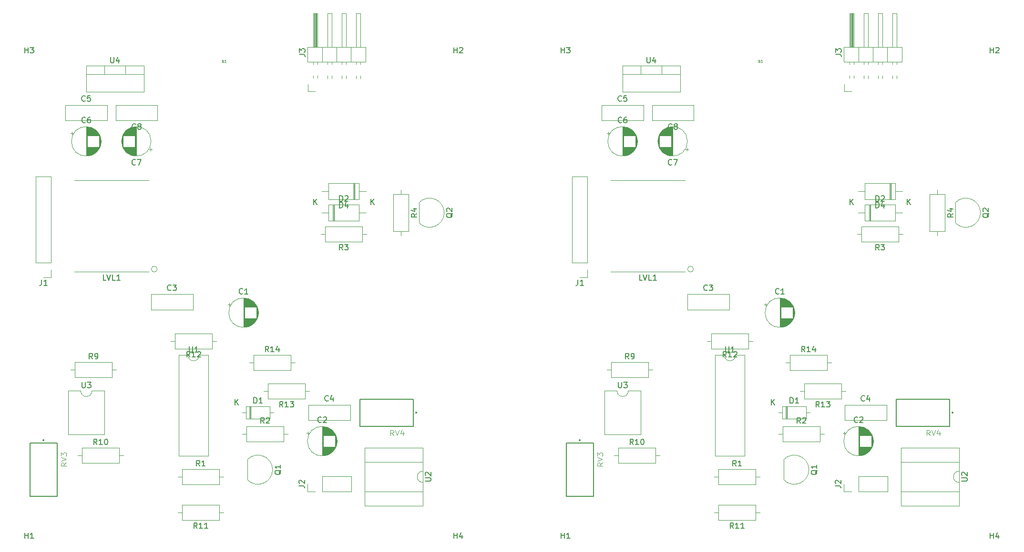
<source format=gbr>
%TF.GenerationSoftware,KiCad,Pcbnew,(5.1.6)-1*%
%TF.CreationDate,2020-08-25T11:29:02-06:00*%
%TF.ProjectId,Sensores,53656e73-6f72-4657-932e-6b696361645f,rev?*%
%TF.SameCoordinates,Original*%
%TF.FileFunction,Legend,Top*%
%TF.FilePolarity,Positive*%
%FSLAX46Y46*%
G04 Gerber Fmt 4.6, Leading zero omitted, Abs format (unit mm)*
G04 Created by KiCad (PCBNEW (5.1.6)-1) date 2020-08-25 11:29:02*
%MOMM*%
%LPD*%
G01*
G04 APERTURE LIST*
%ADD10C,0.120000*%
%ADD11C,0.200000*%
%ADD12C,0.127000*%
%ADD13C,0.150000*%
%ADD14C,0.015000*%
G04 APERTURE END LIST*
D10*
%TO.C,U4*%
X102830000Y-42450000D02*
X113070000Y-42450000D01*
X102830000Y-47091000D02*
X113070000Y-47091000D01*
X102830000Y-42450000D02*
X102830000Y-47091000D01*
X113070000Y-42450000D02*
X113070000Y-47091000D01*
X102830000Y-43960000D02*
X113070000Y-43960000D01*
X106100000Y-42450000D02*
X106100000Y-43960000D01*
X109801000Y-42450000D02*
X109801000Y-43960000D01*
D11*
%TO.C,RV3*%
X95350000Y-109050000D02*
G75*
G03*
X95350000Y-109050000I-100000J0D01*
G01*
D12*
X92840000Y-119065000D02*
X92840000Y-109535000D01*
X92840000Y-109535000D02*
X97670000Y-109535000D01*
X97670000Y-119065000D02*
X92840000Y-119065000D01*
X97670000Y-109535000D02*
X97670000Y-119065000D01*
D10*
%TO.C,U3*%
X106105000Y-100270000D02*
X103870000Y-100270000D01*
X106105000Y-108010000D02*
X106105000Y-100270000D01*
X99635000Y-108010000D02*
X106105000Y-108010000D01*
X99635000Y-100270000D02*
X99635000Y-108010000D01*
X101870000Y-100270000D02*
X99635000Y-100270000D01*
X103870000Y-100270000D02*
G75*
G02*
X101870000Y-100270000I-1000000J0D01*
G01*
%TO.C,U2*%
X162680000Y-120710000D02*
X162680000Y-110430000D01*
X152280000Y-120710000D02*
X162680000Y-120710000D01*
X152280000Y-110430000D02*
X152280000Y-120710000D01*
X162680000Y-110430000D02*
X152280000Y-110430000D01*
X162620000Y-118220000D02*
X162620000Y-116570000D01*
X152340000Y-118220000D02*
X162620000Y-118220000D01*
X152340000Y-112920000D02*
X152340000Y-118220000D01*
X162620000Y-112920000D02*
X152340000Y-112920000D01*
X162620000Y-114570000D02*
X162620000Y-112920000D01*
X162620000Y-116570000D02*
G75*
G02*
X162620000Y-114570000I0J1000000D01*
G01*
%TO.C,U1*%
X120920000Y-93920000D02*
X119270000Y-93920000D01*
X119270000Y-93920000D02*
X119270000Y-111820000D01*
X119270000Y-111820000D02*
X124570000Y-111820000D01*
X124570000Y-111820000D02*
X124570000Y-93920000D01*
X124570000Y-93920000D02*
X122920000Y-93920000D01*
X122920000Y-93920000D02*
G75*
G02*
X120920000Y-93920000I-1000000J0D01*
G01*
%TO.C,R14*%
X132620000Y-93880000D02*
X132620000Y-96620000D01*
X132620000Y-96620000D02*
X139160000Y-96620000D01*
X139160000Y-96620000D02*
X139160000Y-93880000D01*
X139160000Y-93880000D02*
X132620000Y-93880000D01*
X131850000Y-95250000D02*
X132620000Y-95250000D01*
X139930000Y-95250000D02*
X139160000Y-95250000D01*
%TO.C,R11*%
X119150000Y-121920000D02*
X119920000Y-121920000D01*
X127230000Y-121920000D02*
X126460000Y-121920000D01*
X119920000Y-123290000D02*
X126460000Y-123290000D01*
X119920000Y-120550000D02*
X119920000Y-123290000D01*
X126460000Y-120550000D02*
X119920000Y-120550000D01*
X126460000Y-123290000D02*
X126460000Y-120550000D01*
%TO.C,LVL1*%
X113919000Y-79121000D02*
X100711000Y-79121000D01*
X100711000Y-62865000D02*
X113919000Y-62865000D01*
X115443000Y-78613000D02*
G75*
G03*
X115443000Y-78613000I-508000J0D01*
G01*
D12*
%TO.C,RV4*%
X160975000Y-106560000D02*
X151445000Y-106560000D01*
X151445000Y-106560000D02*
X151445000Y-101730000D01*
X160975000Y-101730000D02*
X160975000Y-106560000D01*
X151445000Y-101730000D02*
X160975000Y-101730000D01*
D11*
X161560000Y-104140000D02*
G75*
G03*
X161560000Y-104140000I-100000J0D01*
G01*
D10*
%TO.C,J1*%
X96580000Y-62170000D02*
X93920000Y-62170000D01*
X96580000Y-77470000D02*
X96580000Y-62170000D01*
X93920000Y-77470000D02*
X93920000Y-62170000D01*
X96580000Y-77470000D02*
X93920000Y-77470000D01*
X96580000Y-78740000D02*
X96580000Y-80070000D01*
X96580000Y-80070000D02*
X95250000Y-80070000D01*
%TO.C,R13*%
X134390000Y-100330000D02*
X135160000Y-100330000D01*
X142470000Y-100330000D02*
X141700000Y-100330000D01*
X135160000Y-101700000D02*
X141700000Y-101700000D01*
X135160000Y-98960000D02*
X135160000Y-101700000D01*
X141700000Y-98960000D02*
X135160000Y-98960000D01*
X141700000Y-101700000D02*
X141700000Y-98960000D01*
%TO.C,R10*%
X102140000Y-110390000D02*
X102140000Y-113130000D01*
X102140000Y-113130000D02*
X108680000Y-113130000D01*
X108680000Y-113130000D02*
X108680000Y-110390000D01*
X108680000Y-110390000D02*
X102140000Y-110390000D01*
X101370000Y-111760000D02*
X102140000Y-111760000D01*
X109450000Y-111760000D02*
X108680000Y-111760000D01*
%TO.C,C4*%
X142290000Y-102770000D02*
X149730000Y-102770000D01*
X142290000Y-105510000D02*
X149730000Y-105510000D01*
X142290000Y-102770000D02*
X142290000Y-105510000D01*
X149730000Y-102770000D02*
X149730000Y-105510000D01*
%TO.C,C3*%
X121790000Y-83085000D02*
X121790000Y-85825000D01*
X114350000Y-83085000D02*
X114350000Y-85825000D01*
X114350000Y-85825000D02*
X121790000Y-85825000D01*
X114350000Y-83085000D02*
X121790000Y-83085000D01*
%TO.C,C2*%
X147380000Y-109220000D02*
G75*
G03*
X147380000Y-109220000I-2620000J0D01*
G01*
X144760000Y-106640000D02*
X144760000Y-111800000D01*
X144800000Y-106640000D02*
X144800000Y-111800000D01*
X144840000Y-106641000D02*
X144840000Y-111799000D01*
X144880000Y-106642000D02*
X144880000Y-111798000D01*
X144920000Y-106644000D02*
X144920000Y-111796000D01*
X144960000Y-106647000D02*
X144960000Y-111793000D01*
X145000000Y-106651000D02*
X145000000Y-108180000D01*
X145000000Y-110260000D02*
X145000000Y-111789000D01*
X145040000Y-106655000D02*
X145040000Y-108180000D01*
X145040000Y-110260000D02*
X145040000Y-111785000D01*
X145080000Y-106659000D02*
X145080000Y-108180000D01*
X145080000Y-110260000D02*
X145080000Y-111781000D01*
X145120000Y-106664000D02*
X145120000Y-108180000D01*
X145120000Y-110260000D02*
X145120000Y-111776000D01*
X145160000Y-106670000D02*
X145160000Y-108180000D01*
X145160000Y-110260000D02*
X145160000Y-111770000D01*
X145200000Y-106677000D02*
X145200000Y-108180000D01*
X145200000Y-110260000D02*
X145200000Y-111763000D01*
X145240000Y-106684000D02*
X145240000Y-108180000D01*
X145240000Y-110260000D02*
X145240000Y-111756000D01*
X145280000Y-106692000D02*
X145280000Y-108180000D01*
X145280000Y-110260000D02*
X145280000Y-111748000D01*
X145320000Y-106700000D02*
X145320000Y-108180000D01*
X145320000Y-110260000D02*
X145320000Y-111740000D01*
X145360000Y-106709000D02*
X145360000Y-108180000D01*
X145360000Y-110260000D02*
X145360000Y-111731000D01*
X145400000Y-106719000D02*
X145400000Y-108180000D01*
X145400000Y-110260000D02*
X145400000Y-111721000D01*
X145440000Y-106729000D02*
X145440000Y-108180000D01*
X145440000Y-110260000D02*
X145440000Y-111711000D01*
X145481000Y-106740000D02*
X145481000Y-108180000D01*
X145481000Y-110260000D02*
X145481000Y-111700000D01*
X145521000Y-106752000D02*
X145521000Y-108180000D01*
X145521000Y-110260000D02*
X145521000Y-111688000D01*
X145561000Y-106765000D02*
X145561000Y-108180000D01*
X145561000Y-110260000D02*
X145561000Y-111675000D01*
X145601000Y-106778000D02*
X145601000Y-108180000D01*
X145601000Y-110260000D02*
X145601000Y-111662000D01*
X145641000Y-106792000D02*
X145641000Y-108180000D01*
X145641000Y-110260000D02*
X145641000Y-111648000D01*
X145681000Y-106806000D02*
X145681000Y-108180000D01*
X145681000Y-110260000D02*
X145681000Y-111634000D01*
X145721000Y-106822000D02*
X145721000Y-108180000D01*
X145721000Y-110260000D02*
X145721000Y-111618000D01*
X145761000Y-106838000D02*
X145761000Y-108180000D01*
X145761000Y-110260000D02*
X145761000Y-111602000D01*
X145801000Y-106855000D02*
X145801000Y-108180000D01*
X145801000Y-110260000D02*
X145801000Y-111585000D01*
X145841000Y-106872000D02*
X145841000Y-108180000D01*
X145841000Y-110260000D02*
X145841000Y-111568000D01*
X145881000Y-106891000D02*
X145881000Y-108180000D01*
X145881000Y-110260000D02*
X145881000Y-111549000D01*
X145921000Y-106910000D02*
X145921000Y-108180000D01*
X145921000Y-110260000D02*
X145921000Y-111530000D01*
X145961000Y-106930000D02*
X145961000Y-108180000D01*
X145961000Y-110260000D02*
X145961000Y-111510000D01*
X146001000Y-106952000D02*
X146001000Y-108180000D01*
X146001000Y-110260000D02*
X146001000Y-111488000D01*
X146041000Y-106973000D02*
X146041000Y-108180000D01*
X146041000Y-110260000D02*
X146041000Y-111467000D01*
X146081000Y-106996000D02*
X146081000Y-108180000D01*
X146081000Y-110260000D02*
X146081000Y-111444000D01*
X146121000Y-107020000D02*
X146121000Y-108180000D01*
X146121000Y-110260000D02*
X146121000Y-111420000D01*
X146161000Y-107045000D02*
X146161000Y-108180000D01*
X146161000Y-110260000D02*
X146161000Y-111395000D01*
X146201000Y-107071000D02*
X146201000Y-108180000D01*
X146201000Y-110260000D02*
X146201000Y-111369000D01*
X146241000Y-107098000D02*
X146241000Y-108180000D01*
X146241000Y-110260000D02*
X146241000Y-111342000D01*
X146281000Y-107125000D02*
X146281000Y-108180000D01*
X146281000Y-110260000D02*
X146281000Y-111315000D01*
X146321000Y-107155000D02*
X146321000Y-108180000D01*
X146321000Y-110260000D02*
X146321000Y-111285000D01*
X146361000Y-107185000D02*
X146361000Y-108180000D01*
X146361000Y-110260000D02*
X146361000Y-111255000D01*
X146401000Y-107216000D02*
X146401000Y-108180000D01*
X146401000Y-110260000D02*
X146401000Y-111224000D01*
X146441000Y-107249000D02*
X146441000Y-108180000D01*
X146441000Y-110260000D02*
X146441000Y-111191000D01*
X146481000Y-107283000D02*
X146481000Y-108180000D01*
X146481000Y-110260000D02*
X146481000Y-111157000D01*
X146521000Y-107319000D02*
X146521000Y-108180000D01*
X146521000Y-110260000D02*
X146521000Y-111121000D01*
X146561000Y-107356000D02*
X146561000Y-108180000D01*
X146561000Y-110260000D02*
X146561000Y-111084000D01*
X146601000Y-107394000D02*
X146601000Y-108180000D01*
X146601000Y-110260000D02*
X146601000Y-111046000D01*
X146641000Y-107435000D02*
X146641000Y-108180000D01*
X146641000Y-110260000D02*
X146641000Y-111005000D01*
X146681000Y-107477000D02*
X146681000Y-108180000D01*
X146681000Y-110260000D02*
X146681000Y-110963000D01*
X146721000Y-107521000D02*
X146721000Y-108180000D01*
X146721000Y-110260000D02*
X146721000Y-110919000D01*
X146761000Y-107567000D02*
X146761000Y-108180000D01*
X146761000Y-110260000D02*
X146761000Y-110873000D01*
X146801000Y-107615000D02*
X146801000Y-108180000D01*
X146801000Y-110260000D02*
X146801000Y-110825000D01*
X146841000Y-107666000D02*
X146841000Y-108180000D01*
X146841000Y-110260000D02*
X146841000Y-110774000D01*
X146881000Y-107720000D02*
X146881000Y-108180000D01*
X146881000Y-110260000D02*
X146881000Y-110720000D01*
X146921000Y-107777000D02*
X146921000Y-108180000D01*
X146921000Y-110260000D02*
X146921000Y-110663000D01*
X146961000Y-107837000D02*
X146961000Y-108180000D01*
X146961000Y-110260000D02*
X146961000Y-110603000D01*
X147001000Y-107901000D02*
X147001000Y-108180000D01*
X147001000Y-110260000D02*
X147001000Y-110539000D01*
X147041000Y-107969000D02*
X147041000Y-108180000D01*
X147041000Y-110260000D02*
X147041000Y-110471000D01*
X147081000Y-108042000D02*
X147081000Y-110398000D01*
X147121000Y-108122000D02*
X147121000Y-110318000D01*
X147161000Y-108209000D02*
X147161000Y-110231000D01*
X147201000Y-108305000D02*
X147201000Y-110135000D01*
X147241000Y-108415000D02*
X147241000Y-110025000D01*
X147281000Y-108543000D02*
X147281000Y-109897000D01*
X147321000Y-108702000D02*
X147321000Y-109738000D01*
X147361000Y-108936000D02*
X147361000Y-109504000D01*
X141955225Y-107745000D02*
X142455225Y-107745000D01*
X142205225Y-107495000D02*
X142205225Y-107995000D01*
%TO.C,J2*%
X149920000Y-118170000D02*
X149920000Y-115510000D01*
X144780000Y-118170000D02*
X149920000Y-118170000D01*
X144780000Y-115510000D02*
X149920000Y-115510000D01*
X144780000Y-118170000D02*
X144780000Y-115510000D01*
X143510000Y-118170000D02*
X142180000Y-118170000D01*
X142180000Y-118170000D02*
X142180000Y-116840000D01*
%TO.C,R12*%
X117880000Y-91440000D02*
X118650000Y-91440000D01*
X125960000Y-91440000D02*
X125190000Y-91440000D01*
X118650000Y-92810000D02*
X125190000Y-92810000D01*
X118650000Y-90070000D02*
X118650000Y-92810000D01*
X125190000Y-90070000D02*
X118650000Y-90070000D01*
X125190000Y-92810000D02*
X125190000Y-90070000D01*
%TO.C,C1*%
X128235225Y-84635000D02*
X128235225Y-85135000D01*
X127985225Y-84885000D02*
X128485225Y-84885000D01*
X133391000Y-86076000D02*
X133391000Y-86644000D01*
X133351000Y-85842000D02*
X133351000Y-86878000D01*
X133311000Y-85683000D02*
X133311000Y-87037000D01*
X133271000Y-85555000D02*
X133271000Y-87165000D01*
X133231000Y-85445000D02*
X133231000Y-87275000D01*
X133191000Y-85349000D02*
X133191000Y-87371000D01*
X133151000Y-85262000D02*
X133151000Y-87458000D01*
X133111000Y-85182000D02*
X133111000Y-87538000D01*
X133071000Y-87400000D02*
X133071000Y-87611000D01*
X133071000Y-85109000D02*
X133071000Y-85320000D01*
X133031000Y-87400000D02*
X133031000Y-87679000D01*
X133031000Y-85041000D02*
X133031000Y-85320000D01*
X132991000Y-87400000D02*
X132991000Y-87743000D01*
X132991000Y-84977000D02*
X132991000Y-85320000D01*
X132951000Y-87400000D02*
X132951000Y-87803000D01*
X132951000Y-84917000D02*
X132951000Y-85320000D01*
X132911000Y-87400000D02*
X132911000Y-87860000D01*
X132911000Y-84860000D02*
X132911000Y-85320000D01*
X132871000Y-87400000D02*
X132871000Y-87914000D01*
X132871000Y-84806000D02*
X132871000Y-85320000D01*
X132831000Y-87400000D02*
X132831000Y-87965000D01*
X132831000Y-84755000D02*
X132831000Y-85320000D01*
X132791000Y-87400000D02*
X132791000Y-88013000D01*
X132791000Y-84707000D02*
X132791000Y-85320000D01*
X132751000Y-87400000D02*
X132751000Y-88059000D01*
X132751000Y-84661000D02*
X132751000Y-85320000D01*
X132711000Y-87400000D02*
X132711000Y-88103000D01*
X132711000Y-84617000D02*
X132711000Y-85320000D01*
X132671000Y-87400000D02*
X132671000Y-88145000D01*
X132671000Y-84575000D02*
X132671000Y-85320000D01*
X132631000Y-87400000D02*
X132631000Y-88186000D01*
X132631000Y-84534000D02*
X132631000Y-85320000D01*
X132591000Y-87400000D02*
X132591000Y-88224000D01*
X132591000Y-84496000D02*
X132591000Y-85320000D01*
X132551000Y-87400000D02*
X132551000Y-88261000D01*
X132551000Y-84459000D02*
X132551000Y-85320000D01*
X132511000Y-87400000D02*
X132511000Y-88297000D01*
X132511000Y-84423000D02*
X132511000Y-85320000D01*
X132471000Y-87400000D02*
X132471000Y-88331000D01*
X132471000Y-84389000D02*
X132471000Y-85320000D01*
X132431000Y-87400000D02*
X132431000Y-88364000D01*
X132431000Y-84356000D02*
X132431000Y-85320000D01*
X132391000Y-87400000D02*
X132391000Y-88395000D01*
X132391000Y-84325000D02*
X132391000Y-85320000D01*
X132351000Y-87400000D02*
X132351000Y-88425000D01*
X132351000Y-84295000D02*
X132351000Y-85320000D01*
X132311000Y-87400000D02*
X132311000Y-88455000D01*
X132311000Y-84265000D02*
X132311000Y-85320000D01*
X132271000Y-87400000D02*
X132271000Y-88482000D01*
X132271000Y-84238000D02*
X132271000Y-85320000D01*
X132231000Y-87400000D02*
X132231000Y-88509000D01*
X132231000Y-84211000D02*
X132231000Y-85320000D01*
X132191000Y-87400000D02*
X132191000Y-88535000D01*
X132191000Y-84185000D02*
X132191000Y-85320000D01*
X132151000Y-87400000D02*
X132151000Y-88560000D01*
X132151000Y-84160000D02*
X132151000Y-85320000D01*
X132111000Y-87400000D02*
X132111000Y-88584000D01*
X132111000Y-84136000D02*
X132111000Y-85320000D01*
X132071000Y-87400000D02*
X132071000Y-88607000D01*
X132071000Y-84113000D02*
X132071000Y-85320000D01*
X132031000Y-87400000D02*
X132031000Y-88628000D01*
X132031000Y-84092000D02*
X132031000Y-85320000D01*
X131991000Y-87400000D02*
X131991000Y-88650000D01*
X131991000Y-84070000D02*
X131991000Y-85320000D01*
X131951000Y-87400000D02*
X131951000Y-88670000D01*
X131951000Y-84050000D02*
X131951000Y-85320000D01*
X131911000Y-87400000D02*
X131911000Y-88689000D01*
X131911000Y-84031000D02*
X131911000Y-85320000D01*
X131871000Y-87400000D02*
X131871000Y-88708000D01*
X131871000Y-84012000D02*
X131871000Y-85320000D01*
X131831000Y-87400000D02*
X131831000Y-88725000D01*
X131831000Y-83995000D02*
X131831000Y-85320000D01*
X131791000Y-87400000D02*
X131791000Y-88742000D01*
X131791000Y-83978000D02*
X131791000Y-85320000D01*
X131751000Y-87400000D02*
X131751000Y-88758000D01*
X131751000Y-83962000D02*
X131751000Y-85320000D01*
X131711000Y-87400000D02*
X131711000Y-88774000D01*
X131711000Y-83946000D02*
X131711000Y-85320000D01*
X131671000Y-87400000D02*
X131671000Y-88788000D01*
X131671000Y-83932000D02*
X131671000Y-85320000D01*
X131631000Y-87400000D02*
X131631000Y-88802000D01*
X131631000Y-83918000D02*
X131631000Y-85320000D01*
X131591000Y-87400000D02*
X131591000Y-88815000D01*
X131591000Y-83905000D02*
X131591000Y-85320000D01*
X131551000Y-87400000D02*
X131551000Y-88828000D01*
X131551000Y-83892000D02*
X131551000Y-85320000D01*
X131511000Y-87400000D02*
X131511000Y-88840000D01*
X131511000Y-83880000D02*
X131511000Y-85320000D01*
X131470000Y-87400000D02*
X131470000Y-88851000D01*
X131470000Y-83869000D02*
X131470000Y-85320000D01*
X131430000Y-87400000D02*
X131430000Y-88861000D01*
X131430000Y-83859000D02*
X131430000Y-85320000D01*
X131390000Y-87400000D02*
X131390000Y-88871000D01*
X131390000Y-83849000D02*
X131390000Y-85320000D01*
X131350000Y-87400000D02*
X131350000Y-88880000D01*
X131350000Y-83840000D02*
X131350000Y-85320000D01*
X131310000Y-87400000D02*
X131310000Y-88888000D01*
X131310000Y-83832000D02*
X131310000Y-85320000D01*
X131270000Y-87400000D02*
X131270000Y-88896000D01*
X131270000Y-83824000D02*
X131270000Y-85320000D01*
X131230000Y-87400000D02*
X131230000Y-88903000D01*
X131230000Y-83817000D02*
X131230000Y-85320000D01*
X131190000Y-87400000D02*
X131190000Y-88910000D01*
X131190000Y-83810000D02*
X131190000Y-85320000D01*
X131150000Y-87400000D02*
X131150000Y-88916000D01*
X131150000Y-83804000D02*
X131150000Y-85320000D01*
X131110000Y-87400000D02*
X131110000Y-88921000D01*
X131110000Y-83799000D02*
X131110000Y-85320000D01*
X131070000Y-87400000D02*
X131070000Y-88925000D01*
X131070000Y-83795000D02*
X131070000Y-85320000D01*
X131030000Y-87400000D02*
X131030000Y-88929000D01*
X131030000Y-83791000D02*
X131030000Y-85320000D01*
X130990000Y-83787000D02*
X130990000Y-88933000D01*
X130950000Y-83784000D02*
X130950000Y-88936000D01*
X130910000Y-83782000D02*
X130910000Y-88938000D01*
X130870000Y-83781000D02*
X130870000Y-88939000D01*
X130830000Y-83780000D02*
X130830000Y-88940000D01*
X130790000Y-83780000D02*
X130790000Y-88940000D01*
X133410000Y-86360000D02*
G75*
G03*
X133410000Y-86360000I-2620000J0D01*
G01*
%TO.C,J3*%
X142180000Y-41740000D02*
X152460000Y-41740000D01*
X152460000Y-41740000D02*
X152460000Y-39080000D01*
X152460000Y-39080000D02*
X142180000Y-39080000D01*
X142180000Y-39080000D02*
X142180000Y-41740000D01*
X143130000Y-39080000D02*
X143130000Y-33080000D01*
X143130000Y-33080000D02*
X143890000Y-33080000D01*
X143890000Y-33080000D02*
X143890000Y-39080000D01*
X143190000Y-39080000D02*
X143190000Y-33080000D01*
X143310000Y-39080000D02*
X143310000Y-33080000D01*
X143430000Y-39080000D02*
X143430000Y-33080000D01*
X143550000Y-39080000D02*
X143550000Y-33080000D01*
X143670000Y-39080000D02*
X143670000Y-33080000D01*
X143790000Y-39080000D02*
X143790000Y-33080000D01*
X143130000Y-42137071D02*
X143130000Y-41740000D01*
X143890000Y-42137071D02*
X143890000Y-41740000D01*
X143130000Y-44610000D02*
X143130000Y-44222929D01*
X143890000Y-44610000D02*
X143890000Y-44222929D01*
X144780000Y-41740000D02*
X144780000Y-39080000D01*
X145670000Y-39080000D02*
X145670000Y-33080000D01*
X145670000Y-33080000D02*
X146430000Y-33080000D01*
X146430000Y-33080000D02*
X146430000Y-39080000D01*
X145670000Y-42137071D02*
X145670000Y-41740000D01*
X146430000Y-42137071D02*
X146430000Y-41740000D01*
X145670000Y-44677071D02*
X145670000Y-44222929D01*
X146430000Y-44677071D02*
X146430000Y-44222929D01*
X147320000Y-41740000D02*
X147320000Y-39080000D01*
X148210000Y-39080000D02*
X148210000Y-33080000D01*
X148210000Y-33080000D02*
X148970000Y-33080000D01*
X148970000Y-33080000D02*
X148970000Y-39080000D01*
X148210000Y-42137071D02*
X148210000Y-41740000D01*
X148970000Y-42137071D02*
X148970000Y-41740000D01*
X148210000Y-44677071D02*
X148210000Y-44222929D01*
X148970000Y-44677071D02*
X148970000Y-44222929D01*
X149860000Y-41740000D02*
X149860000Y-39080000D01*
X150750000Y-39080000D02*
X150750000Y-33080000D01*
X150750000Y-33080000D02*
X151510000Y-33080000D01*
X151510000Y-33080000D02*
X151510000Y-39080000D01*
X150750000Y-42137071D02*
X150750000Y-41740000D01*
X151510000Y-42137071D02*
X151510000Y-41740000D01*
X150750000Y-44677071D02*
X150750000Y-44222929D01*
X151510000Y-44677071D02*
X151510000Y-44222929D01*
X143510000Y-46990000D02*
X142240000Y-46990000D01*
X142240000Y-46990000D02*
X142240000Y-45720000D01*
%TO.C,C5*%
X106550000Y-49430000D02*
X106550000Y-52170000D01*
X99110000Y-49430000D02*
X99110000Y-52170000D01*
X99110000Y-52170000D02*
X106550000Y-52170000D01*
X99110000Y-49430000D02*
X106550000Y-49430000D01*
%TO.C,R2*%
X131350000Y-106580000D02*
X131350000Y-109320000D01*
X131350000Y-109320000D02*
X137890000Y-109320000D01*
X137890000Y-109320000D02*
X137890000Y-106580000D01*
X137890000Y-106580000D02*
X131350000Y-106580000D01*
X130580000Y-107950000D02*
X131350000Y-107950000D01*
X138660000Y-107950000D02*
X137890000Y-107950000D01*
%TO.C,R1*%
X119920000Y-114200000D02*
X119920000Y-116940000D01*
X119920000Y-116940000D02*
X126460000Y-116940000D01*
X126460000Y-116940000D02*
X126460000Y-114200000D01*
X126460000Y-114200000D02*
X119920000Y-114200000D01*
X119150000Y-115570000D02*
X119920000Y-115570000D01*
X127230000Y-115570000D02*
X126460000Y-115570000D01*
%TO.C,Q2*%
X161980000Y-66780000D02*
X161980000Y-70380000D01*
X161991522Y-70418478D02*
G75*
G03*
X166430000Y-68580000I1838478J1838478D01*
G01*
X161991522Y-66741522D02*
G75*
G02*
X166430000Y-68580000I1838478J-1838478D01*
G01*
%TO.C,C8*%
X115520000Y-52170000D02*
X108080000Y-52170000D01*
X115520000Y-49430000D02*
X108080000Y-49430000D01*
X115520000Y-52170000D02*
X115520000Y-49430000D01*
X108080000Y-52170000D02*
X108080000Y-49430000D01*
%TO.C,Q1*%
X131500000Y-112500000D02*
X131500000Y-116100000D01*
X131511522Y-116138478D02*
G75*
G03*
X135950000Y-114300000I1838478J1838478D01*
G01*
X131511522Y-112461522D02*
G75*
G02*
X135950000Y-114300000I1838478J-1838478D01*
G01*
%TO.C,D4*%
X150530000Y-66240000D02*
X150530000Y-63300000D01*
X150290000Y-66240000D02*
X150290000Y-63300000D01*
X150410000Y-66240000D02*
X150410000Y-63300000D01*
X144650000Y-64770000D02*
X145870000Y-64770000D01*
X152530000Y-64770000D02*
X151310000Y-64770000D01*
X145870000Y-66240000D02*
X151310000Y-66240000D01*
X145870000Y-63300000D02*
X145870000Y-66240000D01*
X151310000Y-63300000D02*
X145870000Y-63300000D01*
X151310000Y-66240000D02*
X151310000Y-63300000D01*
%TO.C,R9*%
X108180000Y-96520000D02*
X107410000Y-96520000D01*
X100100000Y-96520000D02*
X100870000Y-96520000D01*
X107410000Y-95150000D02*
X100870000Y-95150000D01*
X107410000Y-97890000D02*
X107410000Y-95150000D01*
X100870000Y-97890000D02*
X107410000Y-97890000D01*
X100870000Y-95150000D02*
X100870000Y-97890000D01*
%TO.C,R4*%
X160120000Y-65310000D02*
X157380000Y-65310000D01*
X157380000Y-65310000D02*
X157380000Y-71850000D01*
X157380000Y-71850000D02*
X160120000Y-71850000D01*
X160120000Y-71850000D02*
X160120000Y-65310000D01*
X158750000Y-64540000D02*
X158750000Y-65310000D01*
X158750000Y-72620000D02*
X158750000Y-71850000D01*
%TO.C,D1*%
X131230000Y-103020000D02*
X131230000Y-105260000D01*
X131230000Y-105260000D02*
X135470000Y-105260000D01*
X135470000Y-105260000D02*
X135470000Y-103020000D01*
X135470000Y-103020000D02*
X131230000Y-103020000D01*
X130580000Y-104140000D02*
X131230000Y-104140000D01*
X136120000Y-104140000D02*
X135470000Y-104140000D01*
X131950000Y-103020000D02*
X131950000Y-105260000D01*
X132070000Y-103020000D02*
X132070000Y-105260000D01*
X131830000Y-103020000D02*
X131830000Y-105260000D01*
%TO.C,C6*%
X100295225Y-54155000D02*
X100295225Y-54655000D01*
X100045225Y-54405000D02*
X100545225Y-54405000D01*
X105451000Y-55596000D02*
X105451000Y-56164000D01*
X105411000Y-55362000D02*
X105411000Y-56398000D01*
X105371000Y-55203000D02*
X105371000Y-56557000D01*
X105331000Y-55075000D02*
X105331000Y-56685000D01*
X105291000Y-54965000D02*
X105291000Y-56795000D01*
X105251000Y-54869000D02*
X105251000Y-56891000D01*
X105211000Y-54782000D02*
X105211000Y-56978000D01*
X105171000Y-54702000D02*
X105171000Y-57058000D01*
X105131000Y-56920000D02*
X105131000Y-57131000D01*
X105131000Y-54629000D02*
X105131000Y-54840000D01*
X105091000Y-56920000D02*
X105091000Y-57199000D01*
X105091000Y-54561000D02*
X105091000Y-54840000D01*
X105051000Y-56920000D02*
X105051000Y-57263000D01*
X105051000Y-54497000D02*
X105051000Y-54840000D01*
X105011000Y-56920000D02*
X105011000Y-57323000D01*
X105011000Y-54437000D02*
X105011000Y-54840000D01*
X104971000Y-56920000D02*
X104971000Y-57380000D01*
X104971000Y-54380000D02*
X104971000Y-54840000D01*
X104931000Y-56920000D02*
X104931000Y-57434000D01*
X104931000Y-54326000D02*
X104931000Y-54840000D01*
X104891000Y-56920000D02*
X104891000Y-57485000D01*
X104891000Y-54275000D02*
X104891000Y-54840000D01*
X104851000Y-56920000D02*
X104851000Y-57533000D01*
X104851000Y-54227000D02*
X104851000Y-54840000D01*
X104811000Y-56920000D02*
X104811000Y-57579000D01*
X104811000Y-54181000D02*
X104811000Y-54840000D01*
X104771000Y-56920000D02*
X104771000Y-57623000D01*
X104771000Y-54137000D02*
X104771000Y-54840000D01*
X104731000Y-56920000D02*
X104731000Y-57665000D01*
X104731000Y-54095000D02*
X104731000Y-54840000D01*
X104691000Y-56920000D02*
X104691000Y-57706000D01*
X104691000Y-54054000D02*
X104691000Y-54840000D01*
X104651000Y-56920000D02*
X104651000Y-57744000D01*
X104651000Y-54016000D02*
X104651000Y-54840000D01*
X104611000Y-56920000D02*
X104611000Y-57781000D01*
X104611000Y-53979000D02*
X104611000Y-54840000D01*
X104571000Y-56920000D02*
X104571000Y-57817000D01*
X104571000Y-53943000D02*
X104571000Y-54840000D01*
X104531000Y-56920000D02*
X104531000Y-57851000D01*
X104531000Y-53909000D02*
X104531000Y-54840000D01*
X104491000Y-56920000D02*
X104491000Y-57884000D01*
X104491000Y-53876000D02*
X104491000Y-54840000D01*
X104451000Y-56920000D02*
X104451000Y-57915000D01*
X104451000Y-53845000D02*
X104451000Y-54840000D01*
X104411000Y-56920000D02*
X104411000Y-57945000D01*
X104411000Y-53815000D02*
X104411000Y-54840000D01*
X104371000Y-56920000D02*
X104371000Y-57975000D01*
X104371000Y-53785000D02*
X104371000Y-54840000D01*
X104331000Y-56920000D02*
X104331000Y-58002000D01*
X104331000Y-53758000D02*
X104331000Y-54840000D01*
X104291000Y-56920000D02*
X104291000Y-58029000D01*
X104291000Y-53731000D02*
X104291000Y-54840000D01*
X104251000Y-56920000D02*
X104251000Y-58055000D01*
X104251000Y-53705000D02*
X104251000Y-54840000D01*
X104211000Y-56920000D02*
X104211000Y-58080000D01*
X104211000Y-53680000D02*
X104211000Y-54840000D01*
X104171000Y-56920000D02*
X104171000Y-58104000D01*
X104171000Y-53656000D02*
X104171000Y-54840000D01*
X104131000Y-56920000D02*
X104131000Y-58127000D01*
X104131000Y-53633000D02*
X104131000Y-54840000D01*
X104091000Y-56920000D02*
X104091000Y-58148000D01*
X104091000Y-53612000D02*
X104091000Y-54840000D01*
X104051000Y-56920000D02*
X104051000Y-58170000D01*
X104051000Y-53590000D02*
X104051000Y-54840000D01*
X104011000Y-56920000D02*
X104011000Y-58190000D01*
X104011000Y-53570000D02*
X104011000Y-54840000D01*
X103971000Y-56920000D02*
X103971000Y-58209000D01*
X103971000Y-53551000D02*
X103971000Y-54840000D01*
X103931000Y-56920000D02*
X103931000Y-58228000D01*
X103931000Y-53532000D02*
X103931000Y-54840000D01*
X103891000Y-56920000D02*
X103891000Y-58245000D01*
X103891000Y-53515000D02*
X103891000Y-54840000D01*
X103851000Y-56920000D02*
X103851000Y-58262000D01*
X103851000Y-53498000D02*
X103851000Y-54840000D01*
X103811000Y-56920000D02*
X103811000Y-58278000D01*
X103811000Y-53482000D02*
X103811000Y-54840000D01*
X103771000Y-56920000D02*
X103771000Y-58294000D01*
X103771000Y-53466000D02*
X103771000Y-54840000D01*
X103731000Y-56920000D02*
X103731000Y-58308000D01*
X103731000Y-53452000D02*
X103731000Y-54840000D01*
X103691000Y-56920000D02*
X103691000Y-58322000D01*
X103691000Y-53438000D02*
X103691000Y-54840000D01*
X103651000Y-56920000D02*
X103651000Y-58335000D01*
X103651000Y-53425000D02*
X103651000Y-54840000D01*
X103611000Y-56920000D02*
X103611000Y-58348000D01*
X103611000Y-53412000D02*
X103611000Y-54840000D01*
X103571000Y-56920000D02*
X103571000Y-58360000D01*
X103571000Y-53400000D02*
X103571000Y-54840000D01*
X103530000Y-56920000D02*
X103530000Y-58371000D01*
X103530000Y-53389000D02*
X103530000Y-54840000D01*
X103490000Y-56920000D02*
X103490000Y-58381000D01*
X103490000Y-53379000D02*
X103490000Y-54840000D01*
X103450000Y-56920000D02*
X103450000Y-58391000D01*
X103450000Y-53369000D02*
X103450000Y-54840000D01*
X103410000Y-56920000D02*
X103410000Y-58400000D01*
X103410000Y-53360000D02*
X103410000Y-54840000D01*
X103370000Y-56920000D02*
X103370000Y-58408000D01*
X103370000Y-53352000D02*
X103370000Y-54840000D01*
X103330000Y-56920000D02*
X103330000Y-58416000D01*
X103330000Y-53344000D02*
X103330000Y-54840000D01*
X103290000Y-56920000D02*
X103290000Y-58423000D01*
X103290000Y-53337000D02*
X103290000Y-54840000D01*
X103250000Y-56920000D02*
X103250000Y-58430000D01*
X103250000Y-53330000D02*
X103250000Y-54840000D01*
X103210000Y-56920000D02*
X103210000Y-58436000D01*
X103210000Y-53324000D02*
X103210000Y-54840000D01*
X103170000Y-56920000D02*
X103170000Y-58441000D01*
X103170000Y-53319000D02*
X103170000Y-54840000D01*
X103130000Y-56920000D02*
X103130000Y-58445000D01*
X103130000Y-53315000D02*
X103130000Y-54840000D01*
X103090000Y-56920000D02*
X103090000Y-58449000D01*
X103090000Y-53311000D02*
X103090000Y-54840000D01*
X103050000Y-53307000D02*
X103050000Y-58453000D01*
X103010000Y-53304000D02*
X103010000Y-58456000D01*
X102970000Y-53302000D02*
X102970000Y-58458000D01*
X102930000Y-53301000D02*
X102930000Y-58459000D01*
X102890000Y-53300000D02*
X102890000Y-58460000D01*
X102850000Y-53300000D02*
X102850000Y-58460000D01*
X105470000Y-55880000D02*
G75*
G03*
X105470000Y-55880000I-2620000J0D01*
G01*
%TO.C,D2*%
X145870000Y-67110000D02*
X145870000Y-70050000D01*
X145870000Y-70050000D02*
X151310000Y-70050000D01*
X151310000Y-70050000D02*
X151310000Y-67110000D01*
X151310000Y-67110000D02*
X145870000Y-67110000D01*
X144650000Y-68580000D02*
X145870000Y-68580000D01*
X152530000Y-68580000D02*
X151310000Y-68580000D01*
X146770000Y-67110000D02*
X146770000Y-70050000D01*
X146890000Y-67110000D02*
X146890000Y-70050000D01*
X146650000Y-67110000D02*
X146650000Y-70050000D01*
%TO.C,C7*%
X114360000Y-55880000D02*
G75*
G03*
X114360000Y-55880000I-2620000J0D01*
G01*
X111740000Y-58460000D02*
X111740000Y-53300000D01*
X111700000Y-58460000D02*
X111700000Y-53300000D01*
X111660000Y-58459000D02*
X111660000Y-53301000D01*
X111620000Y-58458000D02*
X111620000Y-53302000D01*
X111580000Y-58456000D02*
X111580000Y-53304000D01*
X111540000Y-58453000D02*
X111540000Y-53307000D01*
X111500000Y-58449000D02*
X111500000Y-56920000D01*
X111500000Y-54840000D02*
X111500000Y-53311000D01*
X111460000Y-58445000D02*
X111460000Y-56920000D01*
X111460000Y-54840000D02*
X111460000Y-53315000D01*
X111420000Y-58441000D02*
X111420000Y-56920000D01*
X111420000Y-54840000D02*
X111420000Y-53319000D01*
X111380000Y-58436000D02*
X111380000Y-56920000D01*
X111380000Y-54840000D02*
X111380000Y-53324000D01*
X111340000Y-58430000D02*
X111340000Y-56920000D01*
X111340000Y-54840000D02*
X111340000Y-53330000D01*
X111300000Y-58423000D02*
X111300000Y-56920000D01*
X111300000Y-54840000D02*
X111300000Y-53337000D01*
X111260000Y-58416000D02*
X111260000Y-56920000D01*
X111260000Y-54840000D02*
X111260000Y-53344000D01*
X111220000Y-58408000D02*
X111220000Y-56920000D01*
X111220000Y-54840000D02*
X111220000Y-53352000D01*
X111180000Y-58400000D02*
X111180000Y-56920000D01*
X111180000Y-54840000D02*
X111180000Y-53360000D01*
X111140000Y-58391000D02*
X111140000Y-56920000D01*
X111140000Y-54840000D02*
X111140000Y-53369000D01*
X111100000Y-58381000D02*
X111100000Y-56920000D01*
X111100000Y-54840000D02*
X111100000Y-53379000D01*
X111060000Y-58371000D02*
X111060000Y-56920000D01*
X111060000Y-54840000D02*
X111060000Y-53389000D01*
X111019000Y-58360000D02*
X111019000Y-56920000D01*
X111019000Y-54840000D02*
X111019000Y-53400000D01*
X110979000Y-58348000D02*
X110979000Y-56920000D01*
X110979000Y-54840000D02*
X110979000Y-53412000D01*
X110939000Y-58335000D02*
X110939000Y-56920000D01*
X110939000Y-54840000D02*
X110939000Y-53425000D01*
X110899000Y-58322000D02*
X110899000Y-56920000D01*
X110899000Y-54840000D02*
X110899000Y-53438000D01*
X110859000Y-58308000D02*
X110859000Y-56920000D01*
X110859000Y-54840000D02*
X110859000Y-53452000D01*
X110819000Y-58294000D02*
X110819000Y-56920000D01*
X110819000Y-54840000D02*
X110819000Y-53466000D01*
X110779000Y-58278000D02*
X110779000Y-56920000D01*
X110779000Y-54840000D02*
X110779000Y-53482000D01*
X110739000Y-58262000D02*
X110739000Y-56920000D01*
X110739000Y-54840000D02*
X110739000Y-53498000D01*
X110699000Y-58245000D02*
X110699000Y-56920000D01*
X110699000Y-54840000D02*
X110699000Y-53515000D01*
X110659000Y-58228000D02*
X110659000Y-56920000D01*
X110659000Y-54840000D02*
X110659000Y-53532000D01*
X110619000Y-58209000D02*
X110619000Y-56920000D01*
X110619000Y-54840000D02*
X110619000Y-53551000D01*
X110579000Y-58190000D02*
X110579000Y-56920000D01*
X110579000Y-54840000D02*
X110579000Y-53570000D01*
X110539000Y-58170000D02*
X110539000Y-56920000D01*
X110539000Y-54840000D02*
X110539000Y-53590000D01*
X110499000Y-58148000D02*
X110499000Y-56920000D01*
X110499000Y-54840000D02*
X110499000Y-53612000D01*
X110459000Y-58127000D02*
X110459000Y-56920000D01*
X110459000Y-54840000D02*
X110459000Y-53633000D01*
X110419000Y-58104000D02*
X110419000Y-56920000D01*
X110419000Y-54840000D02*
X110419000Y-53656000D01*
X110379000Y-58080000D02*
X110379000Y-56920000D01*
X110379000Y-54840000D02*
X110379000Y-53680000D01*
X110339000Y-58055000D02*
X110339000Y-56920000D01*
X110339000Y-54840000D02*
X110339000Y-53705000D01*
X110299000Y-58029000D02*
X110299000Y-56920000D01*
X110299000Y-54840000D02*
X110299000Y-53731000D01*
X110259000Y-58002000D02*
X110259000Y-56920000D01*
X110259000Y-54840000D02*
X110259000Y-53758000D01*
X110219000Y-57975000D02*
X110219000Y-56920000D01*
X110219000Y-54840000D02*
X110219000Y-53785000D01*
X110179000Y-57945000D02*
X110179000Y-56920000D01*
X110179000Y-54840000D02*
X110179000Y-53815000D01*
X110139000Y-57915000D02*
X110139000Y-56920000D01*
X110139000Y-54840000D02*
X110139000Y-53845000D01*
X110099000Y-57884000D02*
X110099000Y-56920000D01*
X110099000Y-54840000D02*
X110099000Y-53876000D01*
X110059000Y-57851000D02*
X110059000Y-56920000D01*
X110059000Y-54840000D02*
X110059000Y-53909000D01*
X110019000Y-57817000D02*
X110019000Y-56920000D01*
X110019000Y-54840000D02*
X110019000Y-53943000D01*
X109979000Y-57781000D02*
X109979000Y-56920000D01*
X109979000Y-54840000D02*
X109979000Y-53979000D01*
X109939000Y-57744000D02*
X109939000Y-56920000D01*
X109939000Y-54840000D02*
X109939000Y-54016000D01*
X109899000Y-57706000D02*
X109899000Y-56920000D01*
X109899000Y-54840000D02*
X109899000Y-54054000D01*
X109859000Y-57665000D02*
X109859000Y-56920000D01*
X109859000Y-54840000D02*
X109859000Y-54095000D01*
X109819000Y-57623000D02*
X109819000Y-56920000D01*
X109819000Y-54840000D02*
X109819000Y-54137000D01*
X109779000Y-57579000D02*
X109779000Y-56920000D01*
X109779000Y-54840000D02*
X109779000Y-54181000D01*
X109739000Y-57533000D02*
X109739000Y-56920000D01*
X109739000Y-54840000D02*
X109739000Y-54227000D01*
X109699000Y-57485000D02*
X109699000Y-56920000D01*
X109699000Y-54840000D02*
X109699000Y-54275000D01*
X109659000Y-57434000D02*
X109659000Y-56920000D01*
X109659000Y-54840000D02*
X109659000Y-54326000D01*
X109619000Y-57380000D02*
X109619000Y-56920000D01*
X109619000Y-54840000D02*
X109619000Y-54380000D01*
X109579000Y-57323000D02*
X109579000Y-56920000D01*
X109579000Y-54840000D02*
X109579000Y-54437000D01*
X109539000Y-57263000D02*
X109539000Y-56920000D01*
X109539000Y-54840000D02*
X109539000Y-54497000D01*
X109499000Y-57199000D02*
X109499000Y-56920000D01*
X109499000Y-54840000D02*
X109499000Y-54561000D01*
X109459000Y-57131000D02*
X109459000Y-56920000D01*
X109459000Y-54840000D02*
X109459000Y-54629000D01*
X109419000Y-57058000D02*
X109419000Y-54702000D01*
X109379000Y-56978000D02*
X109379000Y-54782000D01*
X109339000Y-56891000D02*
X109339000Y-54869000D01*
X109299000Y-56795000D02*
X109299000Y-54965000D01*
X109259000Y-56685000D02*
X109259000Y-55075000D01*
X109219000Y-56557000D02*
X109219000Y-55203000D01*
X109179000Y-56398000D02*
X109179000Y-55362000D01*
X109139000Y-56164000D02*
X109139000Y-55596000D01*
X114544775Y-57355000D02*
X114044775Y-57355000D01*
X114294775Y-57605000D02*
X114294775Y-57105000D01*
%TO.C,R3*%
X151860000Y-73760000D02*
X151860000Y-71020000D01*
X151860000Y-71020000D02*
X145320000Y-71020000D01*
X145320000Y-71020000D02*
X145320000Y-73760000D01*
X145320000Y-73760000D02*
X151860000Y-73760000D01*
X152630000Y-72390000D02*
X151860000Y-72390000D01*
X144550000Y-72390000D02*
X145320000Y-72390000D01*
%TO.C,R12*%
X213130000Y-91440000D02*
X213900000Y-91440000D01*
X221210000Y-91440000D02*
X220440000Y-91440000D01*
X213900000Y-92810000D02*
X220440000Y-92810000D01*
X213900000Y-90070000D02*
X213900000Y-92810000D01*
X220440000Y-90070000D02*
X213900000Y-90070000D01*
X220440000Y-92810000D02*
X220440000Y-90070000D01*
%TO.C,J2*%
X245170000Y-118170000D02*
X245170000Y-115510000D01*
X240030000Y-118170000D02*
X245170000Y-118170000D01*
X240030000Y-115510000D02*
X245170000Y-115510000D01*
X240030000Y-118170000D02*
X240030000Y-115510000D01*
X238760000Y-118170000D02*
X237430000Y-118170000D01*
X237430000Y-118170000D02*
X237430000Y-116840000D01*
%TO.C,C1*%
X223485225Y-84635000D02*
X223485225Y-85135000D01*
X223235225Y-84885000D02*
X223735225Y-84885000D01*
X228641000Y-86076000D02*
X228641000Y-86644000D01*
X228601000Y-85842000D02*
X228601000Y-86878000D01*
X228561000Y-85683000D02*
X228561000Y-87037000D01*
X228521000Y-85555000D02*
X228521000Y-87165000D01*
X228481000Y-85445000D02*
X228481000Y-87275000D01*
X228441000Y-85349000D02*
X228441000Y-87371000D01*
X228401000Y-85262000D02*
X228401000Y-87458000D01*
X228361000Y-85182000D02*
X228361000Y-87538000D01*
X228321000Y-87400000D02*
X228321000Y-87611000D01*
X228321000Y-85109000D02*
X228321000Y-85320000D01*
X228281000Y-87400000D02*
X228281000Y-87679000D01*
X228281000Y-85041000D02*
X228281000Y-85320000D01*
X228241000Y-87400000D02*
X228241000Y-87743000D01*
X228241000Y-84977000D02*
X228241000Y-85320000D01*
X228201000Y-87400000D02*
X228201000Y-87803000D01*
X228201000Y-84917000D02*
X228201000Y-85320000D01*
X228161000Y-87400000D02*
X228161000Y-87860000D01*
X228161000Y-84860000D02*
X228161000Y-85320000D01*
X228121000Y-87400000D02*
X228121000Y-87914000D01*
X228121000Y-84806000D02*
X228121000Y-85320000D01*
X228081000Y-87400000D02*
X228081000Y-87965000D01*
X228081000Y-84755000D02*
X228081000Y-85320000D01*
X228041000Y-87400000D02*
X228041000Y-88013000D01*
X228041000Y-84707000D02*
X228041000Y-85320000D01*
X228001000Y-87400000D02*
X228001000Y-88059000D01*
X228001000Y-84661000D02*
X228001000Y-85320000D01*
X227961000Y-87400000D02*
X227961000Y-88103000D01*
X227961000Y-84617000D02*
X227961000Y-85320000D01*
X227921000Y-87400000D02*
X227921000Y-88145000D01*
X227921000Y-84575000D02*
X227921000Y-85320000D01*
X227881000Y-87400000D02*
X227881000Y-88186000D01*
X227881000Y-84534000D02*
X227881000Y-85320000D01*
X227841000Y-87400000D02*
X227841000Y-88224000D01*
X227841000Y-84496000D02*
X227841000Y-85320000D01*
X227801000Y-87400000D02*
X227801000Y-88261000D01*
X227801000Y-84459000D02*
X227801000Y-85320000D01*
X227761000Y-87400000D02*
X227761000Y-88297000D01*
X227761000Y-84423000D02*
X227761000Y-85320000D01*
X227721000Y-87400000D02*
X227721000Y-88331000D01*
X227721000Y-84389000D02*
X227721000Y-85320000D01*
X227681000Y-87400000D02*
X227681000Y-88364000D01*
X227681000Y-84356000D02*
X227681000Y-85320000D01*
X227641000Y-87400000D02*
X227641000Y-88395000D01*
X227641000Y-84325000D02*
X227641000Y-85320000D01*
X227601000Y-87400000D02*
X227601000Y-88425000D01*
X227601000Y-84295000D02*
X227601000Y-85320000D01*
X227561000Y-87400000D02*
X227561000Y-88455000D01*
X227561000Y-84265000D02*
X227561000Y-85320000D01*
X227521000Y-87400000D02*
X227521000Y-88482000D01*
X227521000Y-84238000D02*
X227521000Y-85320000D01*
X227481000Y-87400000D02*
X227481000Y-88509000D01*
X227481000Y-84211000D02*
X227481000Y-85320000D01*
X227441000Y-87400000D02*
X227441000Y-88535000D01*
X227441000Y-84185000D02*
X227441000Y-85320000D01*
X227401000Y-87400000D02*
X227401000Y-88560000D01*
X227401000Y-84160000D02*
X227401000Y-85320000D01*
X227361000Y-87400000D02*
X227361000Y-88584000D01*
X227361000Y-84136000D02*
X227361000Y-85320000D01*
X227321000Y-87400000D02*
X227321000Y-88607000D01*
X227321000Y-84113000D02*
X227321000Y-85320000D01*
X227281000Y-87400000D02*
X227281000Y-88628000D01*
X227281000Y-84092000D02*
X227281000Y-85320000D01*
X227241000Y-87400000D02*
X227241000Y-88650000D01*
X227241000Y-84070000D02*
X227241000Y-85320000D01*
X227201000Y-87400000D02*
X227201000Y-88670000D01*
X227201000Y-84050000D02*
X227201000Y-85320000D01*
X227161000Y-87400000D02*
X227161000Y-88689000D01*
X227161000Y-84031000D02*
X227161000Y-85320000D01*
X227121000Y-87400000D02*
X227121000Y-88708000D01*
X227121000Y-84012000D02*
X227121000Y-85320000D01*
X227081000Y-87400000D02*
X227081000Y-88725000D01*
X227081000Y-83995000D02*
X227081000Y-85320000D01*
X227041000Y-87400000D02*
X227041000Y-88742000D01*
X227041000Y-83978000D02*
X227041000Y-85320000D01*
X227001000Y-87400000D02*
X227001000Y-88758000D01*
X227001000Y-83962000D02*
X227001000Y-85320000D01*
X226961000Y-87400000D02*
X226961000Y-88774000D01*
X226961000Y-83946000D02*
X226961000Y-85320000D01*
X226921000Y-87400000D02*
X226921000Y-88788000D01*
X226921000Y-83932000D02*
X226921000Y-85320000D01*
X226881000Y-87400000D02*
X226881000Y-88802000D01*
X226881000Y-83918000D02*
X226881000Y-85320000D01*
X226841000Y-87400000D02*
X226841000Y-88815000D01*
X226841000Y-83905000D02*
X226841000Y-85320000D01*
X226801000Y-87400000D02*
X226801000Y-88828000D01*
X226801000Y-83892000D02*
X226801000Y-85320000D01*
X226761000Y-87400000D02*
X226761000Y-88840000D01*
X226761000Y-83880000D02*
X226761000Y-85320000D01*
X226720000Y-87400000D02*
X226720000Y-88851000D01*
X226720000Y-83869000D02*
X226720000Y-85320000D01*
X226680000Y-87400000D02*
X226680000Y-88861000D01*
X226680000Y-83859000D02*
X226680000Y-85320000D01*
X226640000Y-87400000D02*
X226640000Y-88871000D01*
X226640000Y-83849000D02*
X226640000Y-85320000D01*
X226600000Y-87400000D02*
X226600000Y-88880000D01*
X226600000Y-83840000D02*
X226600000Y-85320000D01*
X226560000Y-87400000D02*
X226560000Y-88888000D01*
X226560000Y-83832000D02*
X226560000Y-85320000D01*
X226520000Y-87400000D02*
X226520000Y-88896000D01*
X226520000Y-83824000D02*
X226520000Y-85320000D01*
X226480000Y-87400000D02*
X226480000Y-88903000D01*
X226480000Y-83817000D02*
X226480000Y-85320000D01*
X226440000Y-87400000D02*
X226440000Y-88910000D01*
X226440000Y-83810000D02*
X226440000Y-85320000D01*
X226400000Y-87400000D02*
X226400000Y-88916000D01*
X226400000Y-83804000D02*
X226400000Y-85320000D01*
X226360000Y-87400000D02*
X226360000Y-88921000D01*
X226360000Y-83799000D02*
X226360000Y-85320000D01*
X226320000Y-87400000D02*
X226320000Y-88925000D01*
X226320000Y-83795000D02*
X226320000Y-85320000D01*
X226280000Y-87400000D02*
X226280000Y-88929000D01*
X226280000Y-83791000D02*
X226280000Y-85320000D01*
X226240000Y-83787000D02*
X226240000Y-88933000D01*
X226200000Y-83784000D02*
X226200000Y-88936000D01*
X226160000Y-83782000D02*
X226160000Y-88938000D01*
X226120000Y-83781000D02*
X226120000Y-88939000D01*
X226080000Y-83780000D02*
X226080000Y-88940000D01*
X226040000Y-83780000D02*
X226040000Y-88940000D01*
X228660000Y-86360000D02*
G75*
G03*
X228660000Y-86360000I-2620000J0D01*
G01*
%TO.C,C2*%
X242630000Y-109220000D02*
G75*
G03*
X242630000Y-109220000I-2620000J0D01*
G01*
X240010000Y-106640000D02*
X240010000Y-111800000D01*
X240050000Y-106640000D02*
X240050000Y-111800000D01*
X240090000Y-106641000D02*
X240090000Y-111799000D01*
X240130000Y-106642000D02*
X240130000Y-111798000D01*
X240170000Y-106644000D02*
X240170000Y-111796000D01*
X240210000Y-106647000D02*
X240210000Y-111793000D01*
X240250000Y-106651000D02*
X240250000Y-108180000D01*
X240250000Y-110260000D02*
X240250000Y-111789000D01*
X240290000Y-106655000D02*
X240290000Y-108180000D01*
X240290000Y-110260000D02*
X240290000Y-111785000D01*
X240330000Y-106659000D02*
X240330000Y-108180000D01*
X240330000Y-110260000D02*
X240330000Y-111781000D01*
X240370000Y-106664000D02*
X240370000Y-108180000D01*
X240370000Y-110260000D02*
X240370000Y-111776000D01*
X240410000Y-106670000D02*
X240410000Y-108180000D01*
X240410000Y-110260000D02*
X240410000Y-111770000D01*
X240450000Y-106677000D02*
X240450000Y-108180000D01*
X240450000Y-110260000D02*
X240450000Y-111763000D01*
X240490000Y-106684000D02*
X240490000Y-108180000D01*
X240490000Y-110260000D02*
X240490000Y-111756000D01*
X240530000Y-106692000D02*
X240530000Y-108180000D01*
X240530000Y-110260000D02*
X240530000Y-111748000D01*
X240570000Y-106700000D02*
X240570000Y-108180000D01*
X240570000Y-110260000D02*
X240570000Y-111740000D01*
X240610000Y-106709000D02*
X240610000Y-108180000D01*
X240610000Y-110260000D02*
X240610000Y-111731000D01*
X240650000Y-106719000D02*
X240650000Y-108180000D01*
X240650000Y-110260000D02*
X240650000Y-111721000D01*
X240690000Y-106729000D02*
X240690000Y-108180000D01*
X240690000Y-110260000D02*
X240690000Y-111711000D01*
X240731000Y-106740000D02*
X240731000Y-108180000D01*
X240731000Y-110260000D02*
X240731000Y-111700000D01*
X240771000Y-106752000D02*
X240771000Y-108180000D01*
X240771000Y-110260000D02*
X240771000Y-111688000D01*
X240811000Y-106765000D02*
X240811000Y-108180000D01*
X240811000Y-110260000D02*
X240811000Y-111675000D01*
X240851000Y-106778000D02*
X240851000Y-108180000D01*
X240851000Y-110260000D02*
X240851000Y-111662000D01*
X240891000Y-106792000D02*
X240891000Y-108180000D01*
X240891000Y-110260000D02*
X240891000Y-111648000D01*
X240931000Y-106806000D02*
X240931000Y-108180000D01*
X240931000Y-110260000D02*
X240931000Y-111634000D01*
X240971000Y-106822000D02*
X240971000Y-108180000D01*
X240971000Y-110260000D02*
X240971000Y-111618000D01*
X241011000Y-106838000D02*
X241011000Y-108180000D01*
X241011000Y-110260000D02*
X241011000Y-111602000D01*
X241051000Y-106855000D02*
X241051000Y-108180000D01*
X241051000Y-110260000D02*
X241051000Y-111585000D01*
X241091000Y-106872000D02*
X241091000Y-108180000D01*
X241091000Y-110260000D02*
X241091000Y-111568000D01*
X241131000Y-106891000D02*
X241131000Y-108180000D01*
X241131000Y-110260000D02*
X241131000Y-111549000D01*
X241171000Y-106910000D02*
X241171000Y-108180000D01*
X241171000Y-110260000D02*
X241171000Y-111530000D01*
X241211000Y-106930000D02*
X241211000Y-108180000D01*
X241211000Y-110260000D02*
X241211000Y-111510000D01*
X241251000Y-106952000D02*
X241251000Y-108180000D01*
X241251000Y-110260000D02*
X241251000Y-111488000D01*
X241291000Y-106973000D02*
X241291000Y-108180000D01*
X241291000Y-110260000D02*
X241291000Y-111467000D01*
X241331000Y-106996000D02*
X241331000Y-108180000D01*
X241331000Y-110260000D02*
X241331000Y-111444000D01*
X241371000Y-107020000D02*
X241371000Y-108180000D01*
X241371000Y-110260000D02*
X241371000Y-111420000D01*
X241411000Y-107045000D02*
X241411000Y-108180000D01*
X241411000Y-110260000D02*
X241411000Y-111395000D01*
X241451000Y-107071000D02*
X241451000Y-108180000D01*
X241451000Y-110260000D02*
X241451000Y-111369000D01*
X241491000Y-107098000D02*
X241491000Y-108180000D01*
X241491000Y-110260000D02*
X241491000Y-111342000D01*
X241531000Y-107125000D02*
X241531000Y-108180000D01*
X241531000Y-110260000D02*
X241531000Y-111315000D01*
X241571000Y-107155000D02*
X241571000Y-108180000D01*
X241571000Y-110260000D02*
X241571000Y-111285000D01*
X241611000Y-107185000D02*
X241611000Y-108180000D01*
X241611000Y-110260000D02*
X241611000Y-111255000D01*
X241651000Y-107216000D02*
X241651000Y-108180000D01*
X241651000Y-110260000D02*
X241651000Y-111224000D01*
X241691000Y-107249000D02*
X241691000Y-108180000D01*
X241691000Y-110260000D02*
X241691000Y-111191000D01*
X241731000Y-107283000D02*
X241731000Y-108180000D01*
X241731000Y-110260000D02*
X241731000Y-111157000D01*
X241771000Y-107319000D02*
X241771000Y-108180000D01*
X241771000Y-110260000D02*
X241771000Y-111121000D01*
X241811000Y-107356000D02*
X241811000Y-108180000D01*
X241811000Y-110260000D02*
X241811000Y-111084000D01*
X241851000Y-107394000D02*
X241851000Y-108180000D01*
X241851000Y-110260000D02*
X241851000Y-111046000D01*
X241891000Y-107435000D02*
X241891000Y-108180000D01*
X241891000Y-110260000D02*
X241891000Y-111005000D01*
X241931000Y-107477000D02*
X241931000Y-108180000D01*
X241931000Y-110260000D02*
X241931000Y-110963000D01*
X241971000Y-107521000D02*
X241971000Y-108180000D01*
X241971000Y-110260000D02*
X241971000Y-110919000D01*
X242011000Y-107567000D02*
X242011000Y-108180000D01*
X242011000Y-110260000D02*
X242011000Y-110873000D01*
X242051000Y-107615000D02*
X242051000Y-108180000D01*
X242051000Y-110260000D02*
X242051000Y-110825000D01*
X242091000Y-107666000D02*
X242091000Y-108180000D01*
X242091000Y-110260000D02*
X242091000Y-110774000D01*
X242131000Y-107720000D02*
X242131000Y-108180000D01*
X242131000Y-110260000D02*
X242131000Y-110720000D01*
X242171000Y-107777000D02*
X242171000Y-108180000D01*
X242171000Y-110260000D02*
X242171000Y-110663000D01*
X242211000Y-107837000D02*
X242211000Y-108180000D01*
X242211000Y-110260000D02*
X242211000Y-110603000D01*
X242251000Y-107901000D02*
X242251000Y-108180000D01*
X242251000Y-110260000D02*
X242251000Y-110539000D01*
X242291000Y-107969000D02*
X242291000Y-108180000D01*
X242291000Y-110260000D02*
X242291000Y-110471000D01*
X242331000Y-108042000D02*
X242331000Y-110398000D01*
X242371000Y-108122000D02*
X242371000Y-110318000D01*
X242411000Y-108209000D02*
X242411000Y-110231000D01*
X242451000Y-108305000D02*
X242451000Y-110135000D01*
X242491000Y-108415000D02*
X242491000Y-110025000D01*
X242531000Y-108543000D02*
X242531000Y-109897000D01*
X242571000Y-108702000D02*
X242571000Y-109738000D01*
X242611000Y-108936000D02*
X242611000Y-109504000D01*
X237205225Y-107745000D02*
X237705225Y-107745000D01*
X237455225Y-107495000D02*
X237455225Y-107995000D01*
%TO.C,C3*%
X217040000Y-83085000D02*
X217040000Y-85825000D01*
X209600000Y-83085000D02*
X209600000Y-85825000D01*
X209600000Y-85825000D02*
X217040000Y-85825000D01*
X209600000Y-83085000D02*
X217040000Y-83085000D01*
%TO.C,C4*%
X237540000Y-102770000D02*
X244980000Y-102770000D01*
X237540000Y-105510000D02*
X244980000Y-105510000D01*
X237540000Y-102770000D02*
X237540000Y-105510000D01*
X244980000Y-102770000D02*
X244980000Y-105510000D01*
%TO.C,C5*%
X201800000Y-49430000D02*
X201800000Y-52170000D01*
X194360000Y-49430000D02*
X194360000Y-52170000D01*
X194360000Y-52170000D02*
X201800000Y-52170000D01*
X194360000Y-49430000D02*
X201800000Y-49430000D01*
%TO.C,C6*%
X195545225Y-54155000D02*
X195545225Y-54655000D01*
X195295225Y-54405000D02*
X195795225Y-54405000D01*
X200701000Y-55596000D02*
X200701000Y-56164000D01*
X200661000Y-55362000D02*
X200661000Y-56398000D01*
X200621000Y-55203000D02*
X200621000Y-56557000D01*
X200581000Y-55075000D02*
X200581000Y-56685000D01*
X200541000Y-54965000D02*
X200541000Y-56795000D01*
X200501000Y-54869000D02*
X200501000Y-56891000D01*
X200461000Y-54782000D02*
X200461000Y-56978000D01*
X200421000Y-54702000D02*
X200421000Y-57058000D01*
X200381000Y-56920000D02*
X200381000Y-57131000D01*
X200381000Y-54629000D02*
X200381000Y-54840000D01*
X200341000Y-56920000D02*
X200341000Y-57199000D01*
X200341000Y-54561000D02*
X200341000Y-54840000D01*
X200301000Y-56920000D02*
X200301000Y-57263000D01*
X200301000Y-54497000D02*
X200301000Y-54840000D01*
X200261000Y-56920000D02*
X200261000Y-57323000D01*
X200261000Y-54437000D02*
X200261000Y-54840000D01*
X200221000Y-56920000D02*
X200221000Y-57380000D01*
X200221000Y-54380000D02*
X200221000Y-54840000D01*
X200181000Y-56920000D02*
X200181000Y-57434000D01*
X200181000Y-54326000D02*
X200181000Y-54840000D01*
X200141000Y-56920000D02*
X200141000Y-57485000D01*
X200141000Y-54275000D02*
X200141000Y-54840000D01*
X200101000Y-56920000D02*
X200101000Y-57533000D01*
X200101000Y-54227000D02*
X200101000Y-54840000D01*
X200061000Y-56920000D02*
X200061000Y-57579000D01*
X200061000Y-54181000D02*
X200061000Y-54840000D01*
X200021000Y-56920000D02*
X200021000Y-57623000D01*
X200021000Y-54137000D02*
X200021000Y-54840000D01*
X199981000Y-56920000D02*
X199981000Y-57665000D01*
X199981000Y-54095000D02*
X199981000Y-54840000D01*
X199941000Y-56920000D02*
X199941000Y-57706000D01*
X199941000Y-54054000D02*
X199941000Y-54840000D01*
X199901000Y-56920000D02*
X199901000Y-57744000D01*
X199901000Y-54016000D02*
X199901000Y-54840000D01*
X199861000Y-56920000D02*
X199861000Y-57781000D01*
X199861000Y-53979000D02*
X199861000Y-54840000D01*
X199821000Y-56920000D02*
X199821000Y-57817000D01*
X199821000Y-53943000D02*
X199821000Y-54840000D01*
X199781000Y-56920000D02*
X199781000Y-57851000D01*
X199781000Y-53909000D02*
X199781000Y-54840000D01*
X199741000Y-56920000D02*
X199741000Y-57884000D01*
X199741000Y-53876000D02*
X199741000Y-54840000D01*
X199701000Y-56920000D02*
X199701000Y-57915000D01*
X199701000Y-53845000D02*
X199701000Y-54840000D01*
X199661000Y-56920000D02*
X199661000Y-57945000D01*
X199661000Y-53815000D02*
X199661000Y-54840000D01*
X199621000Y-56920000D02*
X199621000Y-57975000D01*
X199621000Y-53785000D02*
X199621000Y-54840000D01*
X199581000Y-56920000D02*
X199581000Y-58002000D01*
X199581000Y-53758000D02*
X199581000Y-54840000D01*
X199541000Y-56920000D02*
X199541000Y-58029000D01*
X199541000Y-53731000D02*
X199541000Y-54840000D01*
X199501000Y-56920000D02*
X199501000Y-58055000D01*
X199501000Y-53705000D02*
X199501000Y-54840000D01*
X199461000Y-56920000D02*
X199461000Y-58080000D01*
X199461000Y-53680000D02*
X199461000Y-54840000D01*
X199421000Y-56920000D02*
X199421000Y-58104000D01*
X199421000Y-53656000D02*
X199421000Y-54840000D01*
X199381000Y-56920000D02*
X199381000Y-58127000D01*
X199381000Y-53633000D02*
X199381000Y-54840000D01*
X199341000Y-56920000D02*
X199341000Y-58148000D01*
X199341000Y-53612000D02*
X199341000Y-54840000D01*
X199301000Y-56920000D02*
X199301000Y-58170000D01*
X199301000Y-53590000D02*
X199301000Y-54840000D01*
X199261000Y-56920000D02*
X199261000Y-58190000D01*
X199261000Y-53570000D02*
X199261000Y-54840000D01*
X199221000Y-56920000D02*
X199221000Y-58209000D01*
X199221000Y-53551000D02*
X199221000Y-54840000D01*
X199181000Y-56920000D02*
X199181000Y-58228000D01*
X199181000Y-53532000D02*
X199181000Y-54840000D01*
X199141000Y-56920000D02*
X199141000Y-58245000D01*
X199141000Y-53515000D02*
X199141000Y-54840000D01*
X199101000Y-56920000D02*
X199101000Y-58262000D01*
X199101000Y-53498000D02*
X199101000Y-54840000D01*
X199061000Y-56920000D02*
X199061000Y-58278000D01*
X199061000Y-53482000D02*
X199061000Y-54840000D01*
X199021000Y-56920000D02*
X199021000Y-58294000D01*
X199021000Y-53466000D02*
X199021000Y-54840000D01*
X198981000Y-56920000D02*
X198981000Y-58308000D01*
X198981000Y-53452000D02*
X198981000Y-54840000D01*
X198941000Y-56920000D02*
X198941000Y-58322000D01*
X198941000Y-53438000D02*
X198941000Y-54840000D01*
X198901000Y-56920000D02*
X198901000Y-58335000D01*
X198901000Y-53425000D02*
X198901000Y-54840000D01*
X198861000Y-56920000D02*
X198861000Y-58348000D01*
X198861000Y-53412000D02*
X198861000Y-54840000D01*
X198821000Y-56920000D02*
X198821000Y-58360000D01*
X198821000Y-53400000D02*
X198821000Y-54840000D01*
X198780000Y-56920000D02*
X198780000Y-58371000D01*
X198780000Y-53389000D02*
X198780000Y-54840000D01*
X198740000Y-56920000D02*
X198740000Y-58381000D01*
X198740000Y-53379000D02*
X198740000Y-54840000D01*
X198700000Y-56920000D02*
X198700000Y-58391000D01*
X198700000Y-53369000D02*
X198700000Y-54840000D01*
X198660000Y-56920000D02*
X198660000Y-58400000D01*
X198660000Y-53360000D02*
X198660000Y-54840000D01*
X198620000Y-56920000D02*
X198620000Y-58408000D01*
X198620000Y-53352000D02*
X198620000Y-54840000D01*
X198580000Y-56920000D02*
X198580000Y-58416000D01*
X198580000Y-53344000D02*
X198580000Y-54840000D01*
X198540000Y-56920000D02*
X198540000Y-58423000D01*
X198540000Y-53337000D02*
X198540000Y-54840000D01*
X198500000Y-56920000D02*
X198500000Y-58430000D01*
X198500000Y-53330000D02*
X198500000Y-54840000D01*
X198460000Y-56920000D02*
X198460000Y-58436000D01*
X198460000Y-53324000D02*
X198460000Y-54840000D01*
X198420000Y-56920000D02*
X198420000Y-58441000D01*
X198420000Y-53319000D02*
X198420000Y-54840000D01*
X198380000Y-56920000D02*
X198380000Y-58445000D01*
X198380000Y-53315000D02*
X198380000Y-54840000D01*
X198340000Y-56920000D02*
X198340000Y-58449000D01*
X198340000Y-53311000D02*
X198340000Y-54840000D01*
X198300000Y-53307000D02*
X198300000Y-58453000D01*
X198260000Y-53304000D02*
X198260000Y-58456000D01*
X198220000Y-53302000D02*
X198220000Y-58458000D01*
X198180000Y-53301000D02*
X198180000Y-58459000D01*
X198140000Y-53300000D02*
X198140000Y-58460000D01*
X198100000Y-53300000D02*
X198100000Y-58460000D01*
X200720000Y-55880000D02*
G75*
G03*
X200720000Y-55880000I-2620000J0D01*
G01*
%TO.C,C7*%
X209610000Y-55880000D02*
G75*
G03*
X209610000Y-55880000I-2620000J0D01*
G01*
X206990000Y-58460000D02*
X206990000Y-53300000D01*
X206950000Y-58460000D02*
X206950000Y-53300000D01*
X206910000Y-58459000D02*
X206910000Y-53301000D01*
X206870000Y-58458000D02*
X206870000Y-53302000D01*
X206830000Y-58456000D02*
X206830000Y-53304000D01*
X206790000Y-58453000D02*
X206790000Y-53307000D01*
X206750000Y-58449000D02*
X206750000Y-56920000D01*
X206750000Y-54840000D02*
X206750000Y-53311000D01*
X206710000Y-58445000D02*
X206710000Y-56920000D01*
X206710000Y-54840000D02*
X206710000Y-53315000D01*
X206670000Y-58441000D02*
X206670000Y-56920000D01*
X206670000Y-54840000D02*
X206670000Y-53319000D01*
X206630000Y-58436000D02*
X206630000Y-56920000D01*
X206630000Y-54840000D02*
X206630000Y-53324000D01*
X206590000Y-58430000D02*
X206590000Y-56920000D01*
X206590000Y-54840000D02*
X206590000Y-53330000D01*
X206550000Y-58423000D02*
X206550000Y-56920000D01*
X206550000Y-54840000D02*
X206550000Y-53337000D01*
X206510000Y-58416000D02*
X206510000Y-56920000D01*
X206510000Y-54840000D02*
X206510000Y-53344000D01*
X206470000Y-58408000D02*
X206470000Y-56920000D01*
X206470000Y-54840000D02*
X206470000Y-53352000D01*
X206430000Y-58400000D02*
X206430000Y-56920000D01*
X206430000Y-54840000D02*
X206430000Y-53360000D01*
X206390000Y-58391000D02*
X206390000Y-56920000D01*
X206390000Y-54840000D02*
X206390000Y-53369000D01*
X206350000Y-58381000D02*
X206350000Y-56920000D01*
X206350000Y-54840000D02*
X206350000Y-53379000D01*
X206310000Y-58371000D02*
X206310000Y-56920000D01*
X206310000Y-54840000D02*
X206310000Y-53389000D01*
X206269000Y-58360000D02*
X206269000Y-56920000D01*
X206269000Y-54840000D02*
X206269000Y-53400000D01*
X206229000Y-58348000D02*
X206229000Y-56920000D01*
X206229000Y-54840000D02*
X206229000Y-53412000D01*
X206189000Y-58335000D02*
X206189000Y-56920000D01*
X206189000Y-54840000D02*
X206189000Y-53425000D01*
X206149000Y-58322000D02*
X206149000Y-56920000D01*
X206149000Y-54840000D02*
X206149000Y-53438000D01*
X206109000Y-58308000D02*
X206109000Y-56920000D01*
X206109000Y-54840000D02*
X206109000Y-53452000D01*
X206069000Y-58294000D02*
X206069000Y-56920000D01*
X206069000Y-54840000D02*
X206069000Y-53466000D01*
X206029000Y-58278000D02*
X206029000Y-56920000D01*
X206029000Y-54840000D02*
X206029000Y-53482000D01*
X205989000Y-58262000D02*
X205989000Y-56920000D01*
X205989000Y-54840000D02*
X205989000Y-53498000D01*
X205949000Y-58245000D02*
X205949000Y-56920000D01*
X205949000Y-54840000D02*
X205949000Y-53515000D01*
X205909000Y-58228000D02*
X205909000Y-56920000D01*
X205909000Y-54840000D02*
X205909000Y-53532000D01*
X205869000Y-58209000D02*
X205869000Y-56920000D01*
X205869000Y-54840000D02*
X205869000Y-53551000D01*
X205829000Y-58190000D02*
X205829000Y-56920000D01*
X205829000Y-54840000D02*
X205829000Y-53570000D01*
X205789000Y-58170000D02*
X205789000Y-56920000D01*
X205789000Y-54840000D02*
X205789000Y-53590000D01*
X205749000Y-58148000D02*
X205749000Y-56920000D01*
X205749000Y-54840000D02*
X205749000Y-53612000D01*
X205709000Y-58127000D02*
X205709000Y-56920000D01*
X205709000Y-54840000D02*
X205709000Y-53633000D01*
X205669000Y-58104000D02*
X205669000Y-56920000D01*
X205669000Y-54840000D02*
X205669000Y-53656000D01*
X205629000Y-58080000D02*
X205629000Y-56920000D01*
X205629000Y-54840000D02*
X205629000Y-53680000D01*
X205589000Y-58055000D02*
X205589000Y-56920000D01*
X205589000Y-54840000D02*
X205589000Y-53705000D01*
X205549000Y-58029000D02*
X205549000Y-56920000D01*
X205549000Y-54840000D02*
X205549000Y-53731000D01*
X205509000Y-58002000D02*
X205509000Y-56920000D01*
X205509000Y-54840000D02*
X205509000Y-53758000D01*
X205469000Y-57975000D02*
X205469000Y-56920000D01*
X205469000Y-54840000D02*
X205469000Y-53785000D01*
X205429000Y-57945000D02*
X205429000Y-56920000D01*
X205429000Y-54840000D02*
X205429000Y-53815000D01*
X205389000Y-57915000D02*
X205389000Y-56920000D01*
X205389000Y-54840000D02*
X205389000Y-53845000D01*
X205349000Y-57884000D02*
X205349000Y-56920000D01*
X205349000Y-54840000D02*
X205349000Y-53876000D01*
X205309000Y-57851000D02*
X205309000Y-56920000D01*
X205309000Y-54840000D02*
X205309000Y-53909000D01*
X205269000Y-57817000D02*
X205269000Y-56920000D01*
X205269000Y-54840000D02*
X205269000Y-53943000D01*
X205229000Y-57781000D02*
X205229000Y-56920000D01*
X205229000Y-54840000D02*
X205229000Y-53979000D01*
X205189000Y-57744000D02*
X205189000Y-56920000D01*
X205189000Y-54840000D02*
X205189000Y-54016000D01*
X205149000Y-57706000D02*
X205149000Y-56920000D01*
X205149000Y-54840000D02*
X205149000Y-54054000D01*
X205109000Y-57665000D02*
X205109000Y-56920000D01*
X205109000Y-54840000D02*
X205109000Y-54095000D01*
X205069000Y-57623000D02*
X205069000Y-56920000D01*
X205069000Y-54840000D02*
X205069000Y-54137000D01*
X205029000Y-57579000D02*
X205029000Y-56920000D01*
X205029000Y-54840000D02*
X205029000Y-54181000D01*
X204989000Y-57533000D02*
X204989000Y-56920000D01*
X204989000Y-54840000D02*
X204989000Y-54227000D01*
X204949000Y-57485000D02*
X204949000Y-56920000D01*
X204949000Y-54840000D02*
X204949000Y-54275000D01*
X204909000Y-57434000D02*
X204909000Y-56920000D01*
X204909000Y-54840000D02*
X204909000Y-54326000D01*
X204869000Y-57380000D02*
X204869000Y-56920000D01*
X204869000Y-54840000D02*
X204869000Y-54380000D01*
X204829000Y-57323000D02*
X204829000Y-56920000D01*
X204829000Y-54840000D02*
X204829000Y-54437000D01*
X204789000Y-57263000D02*
X204789000Y-56920000D01*
X204789000Y-54840000D02*
X204789000Y-54497000D01*
X204749000Y-57199000D02*
X204749000Y-56920000D01*
X204749000Y-54840000D02*
X204749000Y-54561000D01*
X204709000Y-57131000D02*
X204709000Y-56920000D01*
X204709000Y-54840000D02*
X204709000Y-54629000D01*
X204669000Y-57058000D02*
X204669000Y-54702000D01*
X204629000Y-56978000D02*
X204629000Y-54782000D01*
X204589000Y-56891000D02*
X204589000Y-54869000D01*
X204549000Y-56795000D02*
X204549000Y-54965000D01*
X204509000Y-56685000D02*
X204509000Y-55075000D01*
X204469000Y-56557000D02*
X204469000Y-55203000D01*
X204429000Y-56398000D02*
X204429000Y-55362000D01*
X204389000Y-56164000D02*
X204389000Y-55596000D01*
X209794775Y-57355000D02*
X209294775Y-57355000D01*
X209544775Y-57605000D02*
X209544775Y-57105000D01*
%TO.C,C8*%
X210770000Y-52170000D02*
X203330000Y-52170000D01*
X210770000Y-49430000D02*
X203330000Y-49430000D01*
X210770000Y-52170000D02*
X210770000Y-49430000D01*
X203330000Y-52170000D02*
X203330000Y-49430000D01*
%TO.C,D1*%
X226480000Y-103020000D02*
X226480000Y-105260000D01*
X226480000Y-105260000D02*
X230720000Y-105260000D01*
X230720000Y-105260000D02*
X230720000Y-103020000D01*
X230720000Y-103020000D02*
X226480000Y-103020000D01*
X225830000Y-104140000D02*
X226480000Y-104140000D01*
X231370000Y-104140000D02*
X230720000Y-104140000D01*
X227200000Y-103020000D02*
X227200000Y-105260000D01*
X227320000Y-103020000D02*
X227320000Y-105260000D01*
X227080000Y-103020000D02*
X227080000Y-105260000D01*
%TO.C,D2*%
X241120000Y-67110000D02*
X241120000Y-70050000D01*
X241120000Y-70050000D02*
X246560000Y-70050000D01*
X246560000Y-70050000D02*
X246560000Y-67110000D01*
X246560000Y-67110000D02*
X241120000Y-67110000D01*
X239900000Y-68580000D02*
X241120000Y-68580000D01*
X247780000Y-68580000D02*
X246560000Y-68580000D01*
X242020000Y-67110000D02*
X242020000Y-70050000D01*
X242140000Y-67110000D02*
X242140000Y-70050000D01*
X241900000Y-67110000D02*
X241900000Y-70050000D01*
%TO.C,D4*%
X245780000Y-66240000D02*
X245780000Y-63300000D01*
X245540000Y-66240000D02*
X245540000Y-63300000D01*
X245660000Y-66240000D02*
X245660000Y-63300000D01*
X239900000Y-64770000D02*
X241120000Y-64770000D01*
X247780000Y-64770000D02*
X246560000Y-64770000D01*
X241120000Y-66240000D02*
X246560000Y-66240000D01*
X241120000Y-63300000D02*
X241120000Y-66240000D01*
X246560000Y-63300000D02*
X241120000Y-63300000D01*
X246560000Y-66240000D02*
X246560000Y-63300000D01*
%TO.C,J3*%
X237430000Y-41740000D02*
X247710000Y-41740000D01*
X247710000Y-41740000D02*
X247710000Y-39080000D01*
X247710000Y-39080000D02*
X237430000Y-39080000D01*
X237430000Y-39080000D02*
X237430000Y-41740000D01*
X238380000Y-39080000D02*
X238380000Y-33080000D01*
X238380000Y-33080000D02*
X239140000Y-33080000D01*
X239140000Y-33080000D02*
X239140000Y-39080000D01*
X238440000Y-39080000D02*
X238440000Y-33080000D01*
X238560000Y-39080000D02*
X238560000Y-33080000D01*
X238680000Y-39080000D02*
X238680000Y-33080000D01*
X238800000Y-39080000D02*
X238800000Y-33080000D01*
X238920000Y-39080000D02*
X238920000Y-33080000D01*
X239040000Y-39080000D02*
X239040000Y-33080000D01*
X238380000Y-42137071D02*
X238380000Y-41740000D01*
X239140000Y-42137071D02*
X239140000Y-41740000D01*
X238380000Y-44610000D02*
X238380000Y-44222929D01*
X239140000Y-44610000D02*
X239140000Y-44222929D01*
X240030000Y-41740000D02*
X240030000Y-39080000D01*
X240920000Y-39080000D02*
X240920000Y-33080000D01*
X240920000Y-33080000D02*
X241680000Y-33080000D01*
X241680000Y-33080000D02*
X241680000Y-39080000D01*
X240920000Y-42137071D02*
X240920000Y-41740000D01*
X241680000Y-42137071D02*
X241680000Y-41740000D01*
X240920000Y-44677071D02*
X240920000Y-44222929D01*
X241680000Y-44677071D02*
X241680000Y-44222929D01*
X242570000Y-41740000D02*
X242570000Y-39080000D01*
X243460000Y-39080000D02*
X243460000Y-33080000D01*
X243460000Y-33080000D02*
X244220000Y-33080000D01*
X244220000Y-33080000D02*
X244220000Y-39080000D01*
X243460000Y-42137071D02*
X243460000Y-41740000D01*
X244220000Y-42137071D02*
X244220000Y-41740000D01*
X243460000Y-44677071D02*
X243460000Y-44222929D01*
X244220000Y-44677071D02*
X244220000Y-44222929D01*
X245110000Y-41740000D02*
X245110000Y-39080000D01*
X246000000Y-39080000D02*
X246000000Y-33080000D01*
X246000000Y-33080000D02*
X246760000Y-33080000D01*
X246760000Y-33080000D02*
X246760000Y-39080000D01*
X246000000Y-42137071D02*
X246000000Y-41740000D01*
X246760000Y-42137071D02*
X246760000Y-41740000D01*
X246000000Y-44677071D02*
X246000000Y-44222929D01*
X246760000Y-44677071D02*
X246760000Y-44222929D01*
X238760000Y-46990000D02*
X237490000Y-46990000D01*
X237490000Y-46990000D02*
X237490000Y-45720000D01*
%TO.C,Q1*%
X226750000Y-112500000D02*
X226750000Y-116100000D01*
X226761522Y-112461522D02*
G75*
G02*
X231200000Y-114300000I1838478J-1838478D01*
G01*
X226761522Y-116138478D02*
G75*
G03*
X231200000Y-114300000I1838478J1838478D01*
G01*
%TO.C,Q2*%
X257230000Y-66780000D02*
X257230000Y-70380000D01*
X257241522Y-66741522D02*
G75*
G02*
X261680000Y-68580000I1838478J-1838478D01*
G01*
X257241522Y-70418478D02*
G75*
G03*
X261680000Y-68580000I1838478J1838478D01*
G01*
%TO.C,R1*%
X215170000Y-114200000D02*
X215170000Y-116940000D01*
X215170000Y-116940000D02*
X221710000Y-116940000D01*
X221710000Y-116940000D02*
X221710000Y-114200000D01*
X221710000Y-114200000D02*
X215170000Y-114200000D01*
X214400000Y-115570000D02*
X215170000Y-115570000D01*
X222480000Y-115570000D02*
X221710000Y-115570000D01*
%TO.C,R2*%
X226600000Y-106580000D02*
X226600000Y-109320000D01*
X226600000Y-109320000D02*
X233140000Y-109320000D01*
X233140000Y-109320000D02*
X233140000Y-106580000D01*
X233140000Y-106580000D02*
X226600000Y-106580000D01*
X225830000Y-107950000D02*
X226600000Y-107950000D01*
X233910000Y-107950000D02*
X233140000Y-107950000D01*
%TO.C,R3*%
X247110000Y-73760000D02*
X247110000Y-71020000D01*
X247110000Y-71020000D02*
X240570000Y-71020000D01*
X240570000Y-71020000D02*
X240570000Y-73760000D01*
X240570000Y-73760000D02*
X247110000Y-73760000D01*
X247880000Y-72390000D02*
X247110000Y-72390000D01*
X239800000Y-72390000D02*
X240570000Y-72390000D01*
%TO.C,R4*%
X255370000Y-65310000D02*
X252630000Y-65310000D01*
X252630000Y-65310000D02*
X252630000Y-71850000D01*
X252630000Y-71850000D02*
X255370000Y-71850000D01*
X255370000Y-71850000D02*
X255370000Y-65310000D01*
X254000000Y-64540000D02*
X254000000Y-65310000D01*
X254000000Y-72620000D02*
X254000000Y-71850000D01*
%TO.C,R9*%
X203430000Y-96520000D02*
X202660000Y-96520000D01*
X195350000Y-96520000D02*
X196120000Y-96520000D01*
X202660000Y-95150000D02*
X196120000Y-95150000D01*
X202660000Y-97890000D02*
X202660000Y-95150000D01*
X196120000Y-97890000D02*
X202660000Y-97890000D01*
X196120000Y-95150000D02*
X196120000Y-97890000D01*
%TO.C,R10*%
X197390000Y-110390000D02*
X197390000Y-113130000D01*
X197390000Y-113130000D02*
X203930000Y-113130000D01*
X203930000Y-113130000D02*
X203930000Y-110390000D01*
X203930000Y-110390000D02*
X197390000Y-110390000D01*
X196620000Y-111760000D02*
X197390000Y-111760000D01*
X204700000Y-111760000D02*
X203930000Y-111760000D01*
%TO.C,R11*%
X214400000Y-121920000D02*
X215170000Y-121920000D01*
X222480000Y-121920000D02*
X221710000Y-121920000D01*
X215170000Y-123290000D02*
X221710000Y-123290000D01*
X215170000Y-120550000D02*
X215170000Y-123290000D01*
X221710000Y-120550000D02*
X215170000Y-120550000D01*
X221710000Y-123290000D02*
X221710000Y-120550000D01*
%TO.C,R13*%
X229640000Y-100330000D02*
X230410000Y-100330000D01*
X237720000Y-100330000D02*
X236950000Y-100330000D01*
X230410000Y-101700000D02*
X236950000Y-101700000D01*
X230410000Y-98960000D02*
X230410000Y-101700000D01*
X236950000Y-98960000D02*
X230410000Y-98960000D01*
X236950000Y-101700000D02*
X236950000Y-98960000D01*
%TO.C,R14*%
X227870000Y-93880000D02*
X227870000Y-96620000D01*
X227870000Y-96620000D02*
X234410000Y-96620000D01*
X234410000Y-96620000D02*
X234410000Y-93880000D01*
X234410000Y-93880000D02*
X227870000Y-93880000D01*
X227100000Y-95250000D02*
X227870000Y-95250000D01*
X235180000Y-95250000D02*
X234410000Y-95250000D01*
D11*
%TO.C,RV3*%
X190600000Y-109050000D02*
G75*
G03*
X190600000Y-109050000I-100000J0D01*
G01*
D12*
X188090000Y-119065000D02*
X188090000Y-109535000D01*
X188090000Y-109535000D02*
X192920000Y-109535000D01*
X192920000Y-119065000D02*
X188090000Y-119065000D01*
X192920000Y-109535000D02*
X192920000Y-119065000D01*
%TO.C,RV4*%
X256225000Y-106560000D02*
X246695000Y-106560000D01*
X246695000Y-106560000D02*
X246695000Y-101730000D01*
X256225000Y-101730000D02*
X256225000Y-106560000D01*
X246695000Y-101730000D02*
X256225000Y-101730000D01*
D11*
X256810000Y-104140000D02*
G75*
G03*
X256810000Y-104140000I-100000J0D01*
G01*
D10*
%TO.C,U1*%
X216170000Y-93920000D02*
X214520000Y-93920000D01*
X214520000Y-93920000D02*
X214520000Y-111820000D01*
X214520000Y-111820000D02*
X219820000Y-111820000D01*
X219820000Y-111820000D02*
X219820000Y-93920000D01*
X219820000Y-93920000D02*
X218170000Y-93920000D01*
X218170000Y-93920000D02*
G75*
G02*
X216170000Y-93920000I-1000000J0D01*
G01*
%TO.C,U2*%
X257930000Y-120710000D02*
X257930000Y-110430000D01*
X247530000Y-120710000D02*
X257930000Y-120710000D01*
X247530000Y-110430000D02*
X247530000Y-120710000D01*
X257930000Y-110430000D02*
X247530000Y-110430000D01*
X257870000Y-118220000D02*
X257870000Y-116570000D01*
X247590000Y-118220000D02*
X257870000Y-118220000D01*
X247590000Y-112920000D02*
X247590000Y-118220000D01*
X257870000Y-112920000D02*
X247590000Y-112920000D01*
X257870000Y-114570000D02*
X257870000Y-112920000D01*
X257870000Y-116570000D02*
G75*
G02*
X257870000Y-114570000I0J1000000D01*
G01*
%TO.C,U3*%
X201355000Y-100270000D02*
X199120000Y-100270000D01*
X201355000Y-108010000D02*
X201355000Y-100270000D01*
X194885000Y-108010000D02*
X201355000Y-108010000D01*
X194885000Y-100270000D02*
X194885000Y-108010000D01*
X197120000Y-100270000D02*
X194885000Y-100270000D01*
X199120000Y-100270000D02*
G75*
G02*
X197120000Y-100270000I-1000000J0D01*
G01*
%TO.C,J1*%
X191830000Y-62170000D02*
X189170000Y-62170000D01*
X191830000Y-77470000D02*
X191830000Y-62170000D01*
X189170000Y-77470000D02*
X189170000Y-62170000D01*
X191830000Y-77470000D02*
X189170000Y-77470000D01*
X191830000Y-78740000D02*
X191830000Y-80070000D01*
X191830000Y-80070000D02*
X190500000Y-80070000D01*
%TO.C,U4*%
X198080000Y-42450000D02*
X208320000Y-42450000D01*
X198080000Y-47091000D02*
X208320000Y-47091000D01*
X198080000Y-42450000D02*
X198080000Y-47091000D01*
X208320000Y-42450000D02*
X208320000Y-47091000D01*
X198080000Y-43960000D02*
X208320000Y-43960000D01*
X201350000Y-42450000D02*
X201350000Y-43960000D01*
X205051000Y-42450000D02*
X205051000Y-43960000D01*
%TO.C,LVL1*%
X209169000Y-79121000D02*
X195961000Y-79121000D01*
X195961000Y-62865000D02*
X209169000Y-62865000D01*
X210693000Y-78613000D02*
G75*
G03*
X210693000Y-78613000I-508000J0D01*
G01*
%TO.C,U4*%
D13*
X107188095Y-40902380D02*
X107188095Y-41711904D01*
X107235714Y-41807142D01*
X107283333Y-41854761D01*
X107378571Y-41902380D01*
X107569047Y-41902380D01*
X107664285Y-41854761D01*
X107711904Y-41807142D01*
X107759523Y-41711904D01*
X107759523Y-40902380D01*
X108664285Y-41235714D02*
X108664285Y-41902380D01*
X108426190Y-40854761D02*
X108188095Y-41569047D01*
X108807142Y-41569047D01*
%TO.C,RV3*%
D14*
X99344666Y-113068027D02*
X98867628Y-113401954D01*
X99344666Y-113640473D02*
X98342886Y-113640473D01*
X98342886Y-113258842D01*
X98390590Y-113163435D01*
X98438293Y-113115731D01*
X98533701Y-113068027D01*
X98676812Y-113068027D01*
X98772220Y-113115731D01*
X98819924Y-113163435D01*
X98867628Y-113258842D01*
X98867628Y-113640473D01*
X98342886Y-112781804D02*
X99344666Y-112447878D01*
X98342886Y-112113951D01*
X98342886Y-111875432D02*
X98342886Y-111255282D01*
X98724516Y-111589209D01*
X98724516Y-111446098D01*
X98772220Y-111350690D01*
X98819924Y-111302986D01*
X98915331Y-111255282D01*
X99153850Y-111255282D01*
X99249258Y-111302986D01*
X99296962Y-111350690D01*
X99344666Y-111446098D01*
X99344666Y-111732320D01*
X99296962Y-111827728D01*
X99249258Y-111875432D01*
%TO.C,U3*%
D13*
X102108095Y-98722380D02*
X102108095Y-99531904D01*
X102155714Y-99627142D01*
X102203333Y-99674761D01*
X102298571Y-99722380D01*
X102489047Y-99722380D01*
X102584285Y-99674761D01*
X102631904Y-99627142D01*
X102679523Y-99531904D01*
X102679523Y-98722380D01*
X103060476Y-98722380D02*
X103679523Y-98722380D01*
X103346190Y-99103333D01*
X103489047Y-99103333D01*
X103584285Y-99150952D01*
X103631904Y-99198571D01*
X103679523Y-99293809D01*
X103679523Y-99531904D01*
X103631904Y-99627142D01*
X103584285Y-99674761D01*
X103489047Y-99722380D01*
X103203333Y-99722380D01*
X103108095Y-99674761D01*
X103060476Y-99627142D01*
%TO.C,U2*%
X163072380Y-116331904D02*
X163881904Y-116331904D01*
X163977142Y-116284285D01*
X164024761Y-116236666D01*
X164072380Y-116141428D01*
X164072380Y-115950952D01*
X164024761Y-115855714D01*
X163977142Y-115808095D01*
X163881904Y-115760476D01*
X163072380Y-115760476D01*
X163167619Y-115331904D02*
X163120000Y-115284285D01*
X163072380Y-115189047D01*
X163072380Y-114950952D01*
X163120000Y-114855714D01*
X163167619Y-114808095D01*
X163262857Y-114760476D01*
X163358095Y-114760476D01*
X163500952Y-114808095D01*
X164072380Y-115379523D01*
X164072380Y-114760476D01*
%TO.C,U1*%
X121158095Y-92372380D02*
X121158095Y-93181904D01*
X121205714Y-93277142D01*
X121253333Y-93324761D01*
X121348571Y-93372380D01*
X121539047Y-93372380D01*
X121634285Y-93324761D01*
X121681904Y-93277142D01*
X121729523Y-93181904D01*
X121729523Y-92372380D01*
X122729523Y-93372380D02*
X122158095Y-93372380D01*
X122443809Y-93372380D02*
X122443809Y-92372380D01*
X122348571Y-92515238D01*
X122253333Y-92610476D01*
X122158095Y-92658095D01*
%TO.C,R14*%
X135247142Y-93332380D02*
X134913809Y-92856190D01*
X134675714Y-93332380D02*
X134675714Y-92332380D01*
X135056666Y-92332380D01*
X135151904Y-92380000D01*
X135199523Y-92427619D01*
X135247142Y-92522857D01*
X135247142Y-92665714D01*
X135199523Y-92760952D01*
X135151904Y-92808571D01*
X135056666Y-92856190D01*
X134675714Y-92856190D01*
X136199523Y-93332380D02*
X135628095Y-93332380D01*
X135913809Y-93332380D02*
X135913809Y-92332380D01*
X135818571Y-92475238D01*
X135723333Y-92570476D01*
X135628095Y-92618095D01*
X137056666Y-92665714D02*
X137056666Y-93332380D01*
X136818571Y-92284761D02*
X136580476Y-92999047D01*
X137199523Y-92999047D01*
%TO.C,R11*%
X122547142Y-124742380D02*
X122213809Y-124266190D01*
X121975714Y-124742380D02*
X121975714Y-123742380D01*
X122356666Y-123742380D01*
X122451904Y-123790000D01*
X122499523Y-123837619D01*
X122547142Y-123932857D01*
X122547142Y-124075714D01*
X122499523Y-124170952D01*
X122451904Y-124218571D01*
X122356666Y-124266190D01*
X121975714Y-124266190D01*
X123499523Y-124742380D02*
X122928095Y-124742380D01*
X123213809Y-124742380D02*
X123213809Y-123742380D01*
X123118571Y-123885238D01*
X123023333Y-123980476D01*
X122928095Y-124028095D01*
X124451904Y-124742380D02*
X123880476Y-124742380D01*
X124166190Y-124742380D02*
X124166190Y-123742380D01*
X124070952Y-123885238D01*
X123975714Y-123980476D01*
X123880476Y-124028095D01*
%TO.C,LVL1*%
X106350560Y-80589380D02*
X105874369Y-80589380D01*
X105874369Y-79589380D01*
X106541036Y-79589380D02*
X106874369Y-80589380D01*
X107207702Y-79589380D01*
X108017226Y-80589380D02*
X107541036Y-80589380D01*
X107541036Y-79589380D01*
X108874369Y-80589380D02*
X108302940Y-80589380D01*
X108588655Y-80589380D02*
X108588655Y-79589380D01*
X108493417Y-79732238D01*
X108398179Y-79827476D01*
X108302940Y-79875095D01*
%TO.C,RV4*%
D14*
X157441972Y-108234666D02*
X157108045Y-107757628D01*
X156869526Y-108234666D02*
X156869526Y-107232886D01*
X157251157Y-107232886D01*
X157346564Y-107280590D01*
X157394268Y-107328293D01*
X157441972Y-107423701D01*
X157441972Y-107566812D01*
X157394268Y-107662220D01*
X157346564Y-107709924D01*
X157251157Y-107757628D01*
X156869526Y-107757628D01*
X157728195Y-107232886D02*
X158062121Y-108234666D01*
X158396048Y-107232886D01*
X159159309Y-107566812D02*
X159159309Y-108234666D01*
X158920790Y-107185182D02*
X158682271Y-107900739D01*
X159302420Y-107900739D01*
%TO.C,J1*%
D13*
X94916666Y-80522380D02*
X94916666Y-81236666D01*
X94869047Y-81379523D01*
X94773809Y-81474761D01*
X94630952Y-81522380D01*
X94535714Y-81522380D01*
X95916666Y-81522380D02*
X95345238Y-81522380D01*
X95630952Y-81522380D02*
X95630952Y-80522380D01*
X95535714Y-80665238D01*
X95440476Y-80760476D01*
X95345238Y-80808095D01*
%TO.C,R13*%
X137787142Y-103152380D02*
X137453809Y-102676190D01*
X137215714Y-103152380D02*
X137215714Y-102152380D01*
X137596666Y-102152380D01*
X137691904Y-102200000D01*
X137739523Y-102247619D01*
X137787142Y-102342857D01*
X137787142Y-102485714D01*
X137739523Y-102580952D01*
X137691904Y-102628571D01*
X137596666Y-102676190D01*
X137215714Y-102676190D01*
X138739523Y-103152380D02*
X138168095Y-103152380D01*
X138453809Y-103152380D02*
X138453809Y-102152380D01*
X138358571Y-102295238D01*
X138263333Y-102390476D01*
X138168095Y-102438095D01*
X139072857Y-102152380D02*
X139691904Y-102152380D01*
X139358571Y-102533333D01*
X139501428Y-102533333D01*
X139596666Y-102580952D01*
X139644285Y-102628571D01*
X139691904Y-102723809D01*
X139691904Y-102961904D01*
X139644285Y-103057142D01*
X139596666Y-103104761D01*
X139501428Y-103152380D01*
X139215714Y-103152380D01*
X139120476Y-103104761D01*
X139072857Y-103057142D01*
%TO.C,R10*%
X104767142Y-109842380D02*
X104433809Y-109366190D01*
X104195714Y-109842380D02*
X104195714Y-108842380D01*
X104576666Y-108842380D01*
X104671904Y-108890000D01*
X104719523Y-108937619D01*
X104767142Y-109032857D01*
X104767142Y-109175714D01*
X104719523Y-109270952D01*
X104671904Y-109318571D01*
X104576666Y-109366190D01*
X104195714Y-109366190D01*
X105719523Y-109842380D02*
X105148095Y-109842380D01*
X105433809Y-109842380D02*
X105433809Y-108842380D01*
X105338571Y-108985238D01*
X105243333Y-109080476D01*
X105148095Y-109128095D01*
X106338571Y-108842380D02*
X106433809Y-108842380D01*
X106529047Y-108890000D01*
X106576666Y-108937619D01*
X106624285Y-109032857D01*
X106671904Y-109223333D01*
X106671904Y-109461428D01*
X106624285Y-109651904D01*
X106576666Y-109747142D01*
X106529047Y-109794761D01*
X106433809Y-109842380D01*
X106338571Y-109842380D01*
X106243333Y-109794761D01*
X106195714Y-109747142D01*
X106148095Y-109651904D01*
X106100476Y-109461428D01*
X106100476Y-109223333D01*
X106148095Y-109032857D01*
X106195714Y-108937619D01*
X106243333Y-108890000D01*
X106338571Y-108842380D01*
%TO.C,H1*%
X91948095Y-126532380D02*
X91948095Y-125532380D01*
X91948095Y-126008571D02*
X92519523Y-126008571D01*
X92519523Y-126532380D02*
X92519523Y-125532380D01*
X93519523Y-126532380D02*
X92948095Y-126532380D01*
X93233809Y-126532380D02*
X93233809Y-125532380D01*
X93138571Y-125675238D01*
X93043333Y-125770476D01*
X92948095Y-125818095D01*
%TO.C,C4*%
X145843333Y-101997142D02*
X145795714Y-102044761D01*
X145652857Y-102092380D01*
X145557619Y-102092380D01*
X145414761Y-102044761D01*
X145319523Y-101949523D01*
X145271904Y-101854285D01*
X145224285Y-101663809D01*
X145224285Y-101520952D01*
X145271904Y-101330476D01*
X145319523Y-101235238D01*
X145414761Y-101140000D01*
X145557619Y-101092380D01*
X145652857Y-101092380D01*
X145795714Y-101140000D01*
X145843333Y-101187619D01*
X146700476Y-101425714D02*
X146700476Y-102092380D01*
X146462380Y-101044761D02*
X146224285Y-101759047D01*
X146843333Y-101759047D01*
%TO.C,C3*%
X117903333Y-82312142D02*
X117855714Y-82359761D01*
X117712857Y-82407380D01*
X117617619Y-82407380D01*
X117474761Y-82359761D01*
X117379523Y-82264523D01*
X117331904Y-82169285D01*
X117284285Y-81978809D01*
X117284285Y-81835952D01*
X117331904Y-81645476D01*
X117379523Y-81550238D01*
X117474761Y-81455000D01*
X117617619Y-81407380D01*
X117712857Y-81407380D01*
X117855714Y-81455000D01*
X117903333Y-81502619D01*
X118236666Y-81407380D02*
X118855714Y-81407380D01*
X118522380Y-81788333D01*
X118665238Y-81788333D01*
X118760476Y-81835952D01*
X118808095Y-81883571D01*
X118855714Y-81978809D01*
X118855714Y-82216904D01*
X118808095Y-82312142D01*
X118760476Y-82359761D01*
X118665238Y-82407380D01*
X118379523Y-82407380D01*
X118284285Y-82359761D01*
X118236666Y-82312142D01*
%TO.C,C2*%
X144593333Y-105827142D02*
X144545714Y-105874761D01*
X144402857Y-105922380D01*
X144307619Y-105922380D01*
X144164761Y-105874761D01*
X144069523Y-105779523D01*
X144021904Y-105684285D01*
X143974285Y-105493809D01*
X143974285Y-105350952D01*
X144021904Y-105160476D01*
X144069523Y-105065238D01*
X144164761Y-104970000D01*
X144307619Y-104922380D01*
X144402857Y-104922380D01*
X144545714Y-104970000D01*
X144593333Y-105017619D01*
X144974285Y-105017619D02*
X145021904Y-104970000D01*
X145117142Y-104922380D01*
X145355238Y-104922380D01*
X145450476Y-104970000D01*
X145498095Y-105017619D01*
X145545714Y-105112857D01*
X145545714Y-105208095D01*
X145498095Y-105350952D01*
X144926666Y-105922380D01*
X145545714Y-105922380D01*
%TO.C,J2*%
X140632380Y-117173333D02*
X141346666Y-117173333D01*
X141489523Y-117220952D01*
X141584761Y-117316190D01*
X141632380Y-117459047D01*
X141632380Y-117554285D01*
X140727619Y-116744761D02*
X140680000Y-116697142D01*
X140632380Y-116601904D01*
X140632380Y-116363809D01*
X140680000Y-116268571D01*
X140727619Y-116220952D01*
X140822857Y-116173333D01*
X140918095Y-116173333D01*
X141060952Y-116220952D01*
X141632380Y-116792380D01*
X141632380Y-116173333D01*
%TO.C,R12*%
X121277142Y-94262380D02*
X120943809Y-93786190D01*
X120705714Y-94262380D02*
X120705714Y-93262380D01*
X121086666Y-93262380D01*
X121181904Y-93310000D01*
X121229523Y-93357619D01*
X121277142Y-93452857D01*
X121277142Y-93595714D01*
X121229523Y-93690952D01*
X121181904Y-93738571D01*
X121086666Y-93786190D01*
X120705714Y-93786190D01*
X122229523Y-94262380D02*
X121658095Y-94262380D01*
X121943809Y-94262380D02*
X121943809Y-93262380D01*
X121848571Y-93405238D01*
X121753333Y-93500476D01*
X121658095Y-93548095D01*
X122610476Y-93357619D02*
X122658095Y-93310000D01*
X122753333Y-93262380D01*
X122991428Y-93262380D01*
X123086666Y-93310000D01*
X123134285Y-93357619D01*
X123181904Y-93452857D01*
X123181904Y-93548095D01*
X123134285Y-93690952D01*
X122562857Y-94262380D01*
X123181904Y-94262380D01*
%TO.C,C1*%
X130623333Y-82967142D02*
X130575714Y-83014761D01*
X130432857Y-83062380D01*
X130337619Y-83062380D01*
X130194761Y-83014761D01*
X130099523Y-82919523D01*
X130051904Y-82824285D01*
X130004285Y-82633809D01*
X130004285Y-82490952D01*
X130051904Y-82300476D01*
X130099523Y-82205238D01*
X130194761Y-82110000D01*
X130337619Y-82062380D01*
X130432857Y-82062380D01*
X130575714Y-82110000D01*
X130623333Y-82157619D01*
X131575714Y-83062380D02*
X131004285Y-83062380D01*
X131290000Y-83062380D02*
X131290000Y-82062380D01*
X131194761Y-82205238D01*
X131099523Y-82300476D01*
X131004285Y-82348095D01*
%TO.C,B1*%
D14*
X127123214Y-41602664D02*
X127191785Y-41625521D01*
X127214642Y-41648378D01*
X127237500Y-41694092D01*
X127237500Y-41762664D01*
X127214642Y-41808378D01*
X127191785Y-41831235D01*
X127146071Y-41854092D01*
X126963214Y-41854092D01*
X126963214Y-41374092D01*
X127123214Y-41374092D01*
X127168928Y-41396950D01*
X127191785Y-41419807D01*
X127214642Y-41465521D01*
X127214642Y-41511235D01*
X127191785Y-41556950D01*
X127168928Y-41579807D01*
X127123214Y-41602664D01*
X126963214Y-41602664D01*
X127694642Y-41854092D02*
X127420357Y-41854092D01*
X127557500Y-41854092D02*
X127557500Y-41374092D01*
X127511785Y-41442664D01*
X127466071Y-41488378D01*
X127420357Y-41511235D01*
%TO.C,J3*%
D13*
X140692380Y-40398333D02*
X141406666Y-40398333D01*
X141549523Y-40445952D01*
X141644761Y-40541190D01*
X141692380Y-40684047D01*
X141692380Y-40779285D01*
X140692380Y-40017380D02*
X140692380Y-39398333D01*
X141073333Y-39731666D01*
X141073333Y-39588809D01*
X141120952Y-39493571D01*
X141168571Y-39445952D01*
X141263809Y-39398333D01*
X141501904Y-39398333D01*
X141597142Y-39445952D01*
X141644761Y-39493571D01*
X141692380Y-39588809D01*
X141692380Y-39874523D01*
X141644761Y-39969761D01*
X141597142Y-40017380D01*
%TO.C,H4*%
X168148095Y-126532380D02*
X168148095Y-125532380D01*
X168148095Y-126008571D02*
X168719523Y-126008571D01*
X168719523Y-126532380D02*
X168719523Y-125532380D01*
X169624285Y-125865714D02*
X169624285Y-126532380D01*
X169386190Y-125484761D02*
X169148095Y-126199047D01*
X169767142Y-126199047D01*
%TO.C,H2*%
X168148095Y-40172380D02*
X168148095Y-39172380D01*
X168148095Y-39648571D02*
X168719523Y-39648571D01*
X168719523Y-40172380D02*
X168719523Y-39172380D01*
X169148095Y-39267619D02*
X169195714Y-39220000D01*
X169290952Y-39172380D01*
X169529047Y-39172380D01*
X169624285Y-39220000D01*
X169671904Y-39267619D01*
X169719523Y-39362857D01*
X169719523Y-39458095D01*
X169671904Y-39600952D01*
X169100476Y-40172380D01*
X169719523Y-40172380D01*
%TO.C,C5*%
X102663333Y-48657142D02*
X102615714Y-48704761D01*
X102472857Y-48752380D01*
X102377619Y-48752380D01*
X102234761Y-48704761D01*
X102139523Y-48609523D01*
X102091904Y-48514285D01*
X102044285Y-48323809D01*
X102044285Y-48180952D01*
X102091904Y-47990476D01*
X102139523Y-47895238D01*
X102234761Y-47800000D01*
X102377619Y-47752380D01*
X102472857Y-47752380D01*
X102615714Y-47800000D01*
X102663333Y-47847619D01*
X103568095Y-47752380D02*
X103091904Y-47752380D01*
X103044285Y-48228571D01*
X103091904Y-48180952D01*
X103187142Y-48133333D01*
X103425238Y-48133333D01*
X103520476Y-48180952D01*
X103568095Y-48228571D01*
X103615714Y-48323809D01*
X103615714Y-48561904D01*
X103568095Y-48657142D01*
X103520476Y-48704761D01*
X103425238Y-48752380D01*
X103187142Y-48752380D01*
X103091904Y-48704761D01*
X103044285Y-48657142D01*
%TO.C,R2*%
X134453333Y-106032380D02*
X134120000Y-105556190D01*
X133881904Y-106032380D02*
X133881904Y-105032380D01*
X134262857Y-105032380D01*
X134358095Y-105080000D01*
X134405714Y-105127619D01*
X134453333Y-105222857D01*
X134453333Y-105365714D01*
X134405714Y-105460952D01*
X134358095Y-105508571D01*
X134262857Y-105556190D01*
X133881904Y-105556190D01*
X134834285Y-105127619D02*
X134881904Y-105080000D01*
X134977142Y-105032380D01*
X135215238Y-105032380D01*
X135310476Y-105080000D01*
X135358095Y-105127619D01*
X135405714Y-105222857D01*
X135405714Y-105318095D01*
X135358095Y-105460952D01*
X134786666Y-106032380D01*
X135405714Y-106032380D01*
%TO.C,R1*%
X123023333Y-113652380D02*
X122690000Y-113176190D01*
X122451904Y-113652380D02*
X122451904Y-112652380D01*
X122832857Y-112652380D01*
X122928095Y-112700000D01*
X122975714Y-112747619D01*
X123023333Y-112842857D01*
X123023333Y-112985714D01*
X122975714Y-113080952D01*
X122928095Y-113128571D01*
X122832857Y-113176190D01*
X122451904Y-113176190D01*
X123975714Y-113652380D02*
X123404285Y-113652380D01*
X123690000Y-113652380D02*
X123690000Y-112652380D01*
X123594761Y-112795238D01*
X123499523Y-112890476D01*
X123404285Y-112938095D01*
%TO.C,Q2*%
X167937619Y-68675238D02*
X167890000Y-68770476D01*
X167794761Y-68865714D01*
X167651904Y-69008571D01*
X167604285Y-69103809D01*
X167604285Y-69199047D01*
X167842380Y-69151428D02*
X167794761Y-69246666D01*
X167699523Y-69341904D01*
X167509047Y-69389523D01*
X167175714Y-69389523D01*
X166985238Y-69341904D01*
X166890000Y-69246666D01*
X166842380Y-69151428D01*
X166842380Y-68960952D01*
X166890000Y-68865714D01*
X166985238Y-68770476D01*
X167175714Y-68722857D01*
X167509047Y-68722857D01*
X167699523Y-68770476D01*
X167794761Y-68865714D01*
X167842380Y-68960952D01*
X167842380Y-69151428D01*
X166937619Y-68341904D02*
X166890000Y-68294285D01*
X166842380Y-68199047D01*
X166842380Y-67960952D01*
X166890000Y-67865714D01*
X166937619Y-67818095D01*
X167032857Y-67770476D01*
X167128095Y-67770476D01*
X167270952Y-67818095D01*
X167842380Y-68389523D01*
X167842380Y-67770476D01*
%TO.C,C8*%
X111633333Y-53657142D02*
X111585714Y-53704761D01*
X111442857Y-53752380D01*
X111347619Y-53752380D01*
X111204761Y-53704761D01*
X111109523Y-53609523D01*
X111061904Y-53514285D01*
X111014285Y-53323809D01*
X111014285Y-53180952D01*
X111061904Y-52990476D01*
X111109523Y-52895238D01*
X111204761Y-52800000D01*
X111347619Y-52752380D01*
X111442857Y-52752380D01*
X111585714Y-52800000D01*
X111633333Y-52847619D01*
X112204761Y-53180952D02*
X112109523Y-53133333D01*
X112061904Y-53085714D01*
X112014285Y-52990476D01*
X112014285Y-52942857D01*
X112061904Y-52847619D01*
X112109523Y-52800000D01*
X112204761Y-52752380D01*
X112395238Y-52752380D01*
X112490476Y-52800000D01*
X112538095Y-52847619D01*
X112585714Y-52942857D01*
X112585714Y-52990476D01*
X112538095Y-53085714D01*
X112490476Y-53133333D01*
X112395238Y-53180952D01*
X112204761Y-53180952D01*
X112109523Y-53228571D01*
X112061904Y-53276190D01*
X112014285Y-53371428D01*
X112014285Y-53561904D01*
X112061904Y-53657142D01*
X112109523Y-53704761D01*
X112204761Y-53752380D01*
X112395238Y-53752380D01*
X112490476Y-53704761D01*
X112538095Y-53657142D01*
X112585714Y-53561904D01*
X112585714Y-53371428D01*
X112538095Y-53276190D01*
X112490476Y-53228571D01*
X112395238Y-53180952D01*
%TO.C,Q1*%
X137457619Y-114395238D02*
X137410000Y-114490476D01*
X137314761Y-114585714D01*
X137171904Y-114728571D01*
X137124285Y-114823809D01*
X137124285Y-114919047D01*
X137362380Y-114871428D02*
X137314761Y-114966666D01*
X137219523Y-115061904D01*
X137029047Y-115109523D01*
X136695714Y-115109523D01*
X136505238Y-115061904D01*
X136410000Y-114966666D01*
X136362380Y-114871428D01*
X136362380Y-114680952D01*
X136410000Y-114585714D01*
X136505238Y-114490476D01*
X136695714Y-114442857D01*
X137029047Y-114442857D01*
X137219523Y-114490476D01*
X137314761Y-114585714D01*
X137362380Y-114680952D01*
X137362380Y-114871428D01*
X137362380Y-113490476D02*
X137362380Y-114061904D01*
X137362380Y-113776190D02*
X136362380Y-113776190D01*
X136505238Y-113871428D01*
X136600476Y-113966666D01*
X136648095Y-114061904D01*
%TO.C,H3*%
X91948095Y-40172380D02*
X91948095Y-39172380D01*
X91948095Y-39648571D02*
X92519523Y-39648571D01*
X92519523Y-40172380D02*
X92519523Y-39172380D01*
X92900476Y-39172380D02*
X93519523Y-39172380D01*
X93186190Y-39553333D01*
X93329047Y-39553333D01*
X93424285Y-39600952D01*
X93471904Y-39648571D01*
X93519523Y-39743809D01*
X93519523Y-39981904D01*
X93471904Y-40077142D01*
X93424285Y-40124761D01*
X93329047Y-40172380D01*
X93043333Y-40172380D01*
X92948095Y-40124761D01*
X92900476Y-40077142D01*
%TO.C,D4*%
X147851904Y-67692380D02*
X147851904Y-66692380D01*
X148090000Y-66692380D01*
X148232857Y-66740000D01*
X148328095Y-66835238D01*
X148375714Y-66930476D01*
X148423333Y-67120952D01*
X148423333Y-67263809D01*
X148375714Y-67454285D01*
X148328095Y-67549523D01*
X148232857Y-67644761D01*
X148090000Y-67692380D01*
X147851904Y-67692380D01*
X149280476Y-67025714D02*
X149280476Y-67692380D01*
X149042380Y-66644761D02*
X148804285Y-67359047D01*
X149423333Y-67359047D01*
X153408095Y-67122380D02*
X153408095Y-66122380D01*
X153979523Y-67122380D02*
X153550952Y-66550952D01*
X153979523Y-66122380D02*
X153408095Y-66693809D01*
%TO.C,R9*%
X103973333Y-94602380D02*
X103640000Y-94126190D01*
X103401904Y-94602380D02*
X103401904Y-93602380D01*
X103782857Y-93602380D01*
X103878095Y-93650000D01*
X103925714Y-93697619D01*
X103973333Y-93792857D01*
X103973333Y-93935714D01*
X103925714Y-94030952D01*
X103878095Y-94078571D01*
X103782857Y-94126190D01*
X103401904Y-94126190D01*
X104449523Y-94602380D02*
X104640000Y-94602380D01*
X104735238Y-94554761D01*
X104782857Y-94507142D01*
X104878095Y-94364285D01*
X104925714Y-94173809D01*
X104925714Y-93792857D01*
X104878095Y-93697619D01*
X104830476Y-93650000D01*
X104735238Y-93602380D01*
X104544761Y-93602380D01*
X104449523Y-93650000D01*
X104401904Y-93697619D01*
X104354285Y-93792857D01*
X104354285Y-94030952D01*
X104401904Y-94126190D01*
X104449523Y-94173809D01*
X104544761Y-94221428D01*
X104735238Y-94221428D01*
X104830476Y-94173809D01*
X104878095Y-94126190D01*
X104925714Y-94030952D01*
%TO.C,R4*%
X161572380Y-68746666D02*
X161096190Y-69080000D01*
X161572380Y-69318095D02*
X160572380Y-69318095D01*
X160572380Y-68937142D01*
X160620000Y-68841904D01*
X160667619Y-68794285D01*
X160762857Y-68746666D01*
X160905714Y-68746666D01*
X161000952Y-68794285D01*
X161048571Y-68841904D01*
X161096190Y-68937142D01*
X161096190Y-69318095D01*
X160905714Y-67889523D02*
X161572380Y-67889523D01*
X160524761Y-68127619D02*
X161239047Y-68365714D01*
X161239047Y-67746666D01*
%TO.C,D1*%
X132611904Y-102472380D02*
X132611904Y-101472380D01*
X132850000Y-101472380D01*
X132992857Y-101520000D01*
X133088095Y-101615238D01*
X133135714Y-101710476D01*
X133183333Y-101900952D01*
X133183333Y-102043809D01*
X133135714Y-102234285D01*
X133088095Y-102329523D01*
X132992857Y-102424761D01*
X132850000Y-102472380D01*
X132611904Y-102472380D01*
X134135714Y-102472380D02*
X133564285Y-102472380D01*
X133850000Y-102472380D02*
X133850000Y-101472380D01*
X133754761Y-101615238D01*
X133659523Y-101710476D01*
X133564285Y-101758095D01*
X129278095Y-102792380D02*
X129278095Y-101792380D01*
X129849523Y-102792380D02*
X129420952Y-102220952D01*
X129849523Y-101792380D02*
X129278095Y-102363809D01*
%TO.C,C6*%
X102683333Y-52487142D02*
X102635714Y-52534761D01*
X102492857Y-52582380D01*
X102397619Y-52582380D01*
X102254761Y-52534761D01*
X102159523Y-52439523D01*
X102111904Y-52344285D01*
X102064285Y-52153809D01*
X102064285Y-52010952D01*
X102111904Y-51820476D01*
X102159523Y-51725238D01*
X102254761Y-51630000D01*
X102397619Y-51582380D01*
X102492857Y-51582380D01*
X102635714Y-51630000D01*
X102683333Y-51677619D01*
X103540476Y-51582380D02*
X103350000Y-51582380D01*
X103254761Y-51630000D01*
X103207142Y-51677619D01*
X103111904Y-51820476D01*
X103064285Y-52010952D01*
X103064285Y-52391904D01*
X103111904Y-52487142D01*
X103159523Y-52534761D01*
X103254761Y-52582380D01*
X103445238Y-52582380D01*
X103540476Y-52534761D01*
X103588095Y-52487142D01*
X103635714Y-52391904D01*
X103635714Y-52153809D01*
X103588095Y-52058571D01*
X103540476Y-52010952D01*
X103445238Y-51963333D01*
X103254761Y-51963333D01*
X103159523Y-52010952D01*
X103111904Y-52058571D01*
X103064285Y-52153809D01*
%TO.C,D2*%
X147851904Y-66562380D02*
X147851904Y-65562380D01*
X148090000Y-65562380D01*
X148232857Y-65610000D01*
X148328095Y-65705238D01*
X148375714Y-65800476D01*
X148423333Y-65990952D01*
X148423333Y-66133809D01*
X148375714Y-66324285D01*
X148328095Y-66419523D01*
X148232857Y-66514761D01*
X148090000Y-66562380D01*
X147851904Y-66562380D01*
X148804285Y-65657619D02*
X148851904Y-65610000D01*
X148947142Y-65562380D01*
X149185238Y-65562380D01*
X149280476Y-65610000D01*
X149328095Y-65657619D01*
X149375714Y-65752857D01*
X149375714Y-65848095D01*
X149328095Y-65990952D01*
X148756666Y-66562380D01*
X149375714Y-66562380D01*
X143248095Y-67132380D02*
X143248095Y-66132380D01*
X143819523Y-67132380D02*
X143390952Y-66560952D01*
X143819523Y-66132380D02*
X143248095Y-66703809D01*
%TO.C,C7*%
X111573333Y-59987142D02*
X111525714Y-60034761D01*
X111382857Y-60082380D01*
X111287619Y-60082380D01*
X111144761Y-60034761D01*
X111049523Y-59939523D01*
X111001904Y-59844285D01*
X110954285Y-59653809D01*
X110954285Y-59510952D01*
X111001904Y-59320476D01*
X111049523Y-59225238D01*
X111144761Y-59130000D01*
X111287619Y-59082380D01*
X111382857Y-59082380D01*
X111525714Y-59130000D01*
X111573333Y-59177619D01*
X111906666Y-59082380D02*
X112573333Y-59082380D01*
X112144761Y-60082380D01*
%TO.C,R3*%
X148423333Y-75212380D02*
X148090000Y-74736190D01*
X147851904Y-75212380D02*
X147851904Y-74212380D01*
X148232857Y-74212380D01*
X148328095Y-74260000D01*
X148375714Y-74307619D01*
X148423333Y-74402857D01*
X148423333Y-74545714D01*
X148375714Y-74640952D01*
X148328095Y-74688571D01*
X148232857Y-74736190D01*
X147851904Y-74736190D01*
X148756666Y-74212380D02*
X149375714Y-74212380D01*
X149042380Y-74593333D01*
X149185238Y-74593333D01*
X149280476Y-74640952D01*
X149328095Y-74688571D01*
X149375714Y-74783809D01*
X149375714Y-75021904D01*
X149328095Y-75117142D01*
X149280476Y-75164761D01*
X149185238Y-75212380D01*
X148899523Y-75212380D01*
X148804285Y-75164761D01*
X148756666Y-75117142D01*
%TO.C,H1*%
X187198095Y-126532380D02*
X187198095Y-125532380D01*
X187198095Y-126008571D02*
X187769523Y-126008571D01*
X187769523Y-126532380D02*
X187769523Y-125532380D01*
X188769523Y-126532380D02*
X188198095Y-126532380D01*
X188483809Y-126532380D02*
X188483809Y-125532380D01*
X188388571Y-125675238D01*
X188293333Y-125770476D01*
X188198095Y-125818095D01*
%TO.C,R12*%
X216527142Y-94262380D02*
X216193809Y-93786190D01*
X215955714Y-94262380D02*
X215955714Y-93262380D01*
X216336666Y-93262380D01*
X216431904Y-93310000D01*
X216479523Y-93357619D01*
X216527142Y-93452857D01*
X216527142Y-93595714D01*
X216479523Y-93690952D01*
X216431904Y-93738571D01*
X216336666Y-93786190D01*
X215955714Y-93786190D01*
X217479523Y-94262380D02*
X216908095Y-94262380D01*
X217193809Y-94262380D02*
X217193809Y-93262380D01*
X217098571Y-93405238D01*
X217003333Y-93500476D01*
X216908095Y-93548095D01*
X217860476Y-93357619D02*
X217908095Y-93310000D01*
X218003333Y-93262380D01*
X218241428Y-93262380D01*
X218336666Y-93310000D01*
X218384285Y-93357619D01*
X218431904Y-93452857D01*
X218431904Y-93548095D01*
X218384285Y-93690952D01*
X217812857Y-94262380D01*
X218431904Y-94262380D01*
%TO.C,J2*%
X235882380Y-117173333D02*
X236596666Y-117173333D01*
X236739523Y-117220952D01*
X236834761Y-117316190D01*
X236882380Y-117459047D01*
X236882380Y-117554285D01*
X235977619Y-116744761D02*
X235930000Y-116697142D01*
X235882380Y-116601904D01*
X235882380Y-116363809D01*
X235930000Y-116268571D01*
X235977619Y-116220952D01*
X236072857Y-116173333D01*
X236168095Y-116173333D01*
X236310952Y-116220952D01*
X236882380Y-116792380D01*
X236882380Y-116173333D01*
%TO.C,B1*%
D14*
X222373214Y-41602664D02*
X222441785Y-41625521D01*
X222464642Y-41648378D01*
X222487500Y-41694092D01*
X222487500Y-41762664D01*
X222464642Y-41808378D01*
X222441785Y-41831235D01*
X222396071Y-41854092D01*
X222213214Y-41854092D01*
X222213214Y-41374092D01*
X222373214Y-41374092D01*
X222418928Y-41396950D01*
X222441785Y-41419807D01*
X222464642Y-41465521D01*
X222464642Y-41511235D01*
X222441785Y-41556950D01*
X222418928Y-41579807D01*
X222373214Y-41602664D01*
X222213214Y-41602664D01*
X222944642Y-41854092D02*
X222670357Y-41854092D01*
X222807500Y-41854092D02*
X222807500Y-41374092D01*
X222761785Y-41442664D01*
X222716071Y-41488378D01*
X222670357Y-41511235D01*
%TO.C,C1*%
D13*
X225873333Y-82967142D02*
X225825714Y-83014761D01*
X225682857Y-83062380D01*
X225587619Y-83062380D01*
X225444761Y-83014761D01*
X225349523Y-82919523D01*
X225301904Y-82824285D01*
X225254285Y-82633809D01*
X225254285Y-82490952D01*
X225301904Y-82300476D01*
X225349523Y-82205238D01*
X225444761Y-82110000D01*
X225587619Y-82062380D01*
X225682857Y-82062380D01*
X225825714Y-82110000D01*
X225873333Y-82157619D01*
X226825714Y-83062380D02*
X226254285Y-83062380D01*
X226540000Y-83062380D02*
X226540000Y-82062380D01*
X226444761Y-82205238D01*
X226349523Y-82300476D01*
X226254285Y-82348095D01*
%TO.C,C2*%
X239843333Y-105827142D02*
X239795714Y-105874761D01*
X239652857Y-105922380D01*
X239557619Y-105922380D01*
X239414761Y-105874761D01*
X239319523Y-105779523D01*
X239271904Y-105684285D01*
X239224285Y-105493809D01*
X239224285Y-105350952D01*
X239271904Y-105160476D01*
X239319523Y-105065238D01*
X239414761Y-104970000D01*
X239557619Y-104922380D01*
X239652857Y-104922380D01*
X239795714Y-104970000D01*
X239843333Y-105017619D01*
X240224285Y-105017619D02*
X240271904Y-104970000D01*
X240367142Y-104922380D01*
X240605238Y-104922380D01*
X240700476Y-104970000D01*
X240748095Y-105017619D01*
X240795714Y-105112857D01*
X240795714Y-105208095D01*
X240748095Y-105350952D01*
X240176666Y-105922380D01*
X240795714Y-105922380D01*
%TO.C,C3*%
X213153333Y-82312142D02*
X213105714Y-82359761D01*
X212962857Y-82407380D01*
X212867619Y-82407380D01*
X212724761Y-82359761D01*
X212629523Y-82264523D01*
X212581904Y-82169285D01*
X212534285Y-81978809D01*
X212534285Y-81835952D01*
X212581904Y-81645476D01*
X212629523Y-81550238D01*
X212724761Y-81455000D01*
X212867619Y-81407380D01*
X212962857Y-81407380D01*
X213105714Y-81455000D01*
X213153333Y-81502619D01*
X213486666Y-81407380D02*
X214105714Y-81407380D01*
X213772380Y-81788333D01*
X213915238Y-81788333D01*
X214010476Y-81835952D01*
X214058095Y-81883571D01*
X214105714Y-81978809D01*
X214105714Y-82216904D01*
X214058095Y-82312142D01*
X214010476Y-82359761D01*
X213915238Y-82407380D01*
X213629523Y-82407380D01*
X213534285Y-82359761D01*
X213486666Y-82312142D01*
%TO.C,C4*%
X241093333Y-101997142D02*
X241045714Y-102044761D01*
X240902857Y-102092380D01*
X240807619Y-102092380D01*
X240664761Y-102044761D01*
X240569523Y-101949523D01*
X240521904Y-101854285D01*
X240474285Y-101663809D01*
X240474285Y-101520952D01*
X240521904Y-101330476D01*
X240569523Y-101235238D01*
X240664761Y-101140000D01*
X240807619Y-101092380D01*
X240902857Y-101092380D01*
X241045714Y-101140000D01*
X241093333Y-101187619D01*
X241950476Y-101425714D02*
X241950476Y-102092380D01*
X241712380Y-101044761D02*
X241474285Y-101759047D01*
X242093333Y-101759047D01*
%TO.C,C5*%
X197913333Y-48657142D02*
X197865714Y-48704761D01*
X197722857Y-48752380D01*
X197627619Y-48752380D01*
X197484761Y-48704761D01*
X197389523Y-48609523D01*
X197341904Y-48514285D01*
X197294285Y-48323809D01*
X197294285Y-48180952D01*
X197341904Y-47990476D01*
X197389523Y-47895238D01*
X197484761Y-47800000D01*
X197627619Y-47752380D01*
X197722857Y-47752380D01*
X197865714Y-47800000D01*
X197913333Y-47847619D01*
X198818095Y-47752380D02*
X198341904Y-47752380D01*
X198294285Y-48228571D01*
X198341904Y-48180952D01*
X198437142Y-48133333D01*
X198675238Y-48133333D01*
X198770476Y-48180952D01*
X198818095Y-48228571D01*
X198865714Y-48323809D01*
X198865714Y-48561904D01*
X198818095Y-48657142D01*
X198770476Y-48704761D01*
X198675238Y-48752380D01*
X198437142Y-48752380D01*
X198341904Y-48704761D01*
X198294285Y-48657142D01*
%TO.C,C6*%
X197933333Y-52487142D02*
X197885714Y-52534761D01*
X197742857Y-52582380D01*
X197647619Y-52582380D01*
X197504761Y-52534761D01*
X197409523Y-52439523D01*
X197361904Y-52344285D01*
X197314285Y-52153809D01*
X197314285Y-52010952D01*
X197361904Y-51820476D01*
X197409523Y-51725238D01*
X197504761Y-51630000D01*
X197647619Y-51582380D01*
X197742857Y-51582380D01*
X197885714Y-51630000D01*
X197933333Y-51677619D01*
X198790476Y-51582380D02*
X198600000Y-51582380D01*
X198504761Y-51630000D01*
X198457142Y-51677619D01*
X198361904Y-51820476D01*
X198314285Y-52010952D01*
X198314285Y-52391904D01*
X198361904Y-52487142D01*
X198409523Y-52534761D01*
X198504761Y-52582380D01*
X198695238Y-52582380D01*
X198790476Y-52534761D01*
X198838095Y-52487142D01*
X198885714Y-52391904D01*
X198885714Y-52153809D01*
X198838095Y-52058571D01*
X198790476Y-52010952D01*
X198695238Y-51963333D01*
X198504761Y-51963333D01*
X198409523Y-52010952D01*
X198361904Y-52058571D01*
X198314285Y-52153809D01*
%TO.C,C7*%
X206823333Y-59987142D02*
X206775714Y-60034761D01*
X206632857Y-60082380D01*
X206537619Y-60082380D01*
X206394761Y-60034761D01*
X206299523Y-59939523D01*
X206251904Y-59844285D01*
X206204285Y-59653809D01*
X206204285Y-59510952D01*
X206251904Y-59320476D01*
X206299523Y-59225238D01*
X206394761Y-59130000D01*
X206537619Y-59082380D01*
X206632857Y-59082380D01*
X206775714Y-59130000D01*
X206823333Y-59177619D01*
X207156666Y-59082380D02*
X207823333Y-59082380D01*
X207394761Y-60082380D01*
%TO.C,C8*%
X206883333Y-53657142D02*
X206835714Y-53704761D01*
X206692857Y-53752380D01*
X206597619Y-53752380D01*
X206454761Y-53704761D01*
X206359523Y-53609523D01*
X206311904Y-53514285D01*
X206264285Y-53323809D01*
X206264285Y-53180952D01*
X206311904Y-52990476D01*
X206359523Y-52895238D01*
X206454761Y-52800000D01*
X206597619Y-52752380D01*
X206692857Y-52752380D01*
X206835714Y-52800000D01*
X206883333Y-52847619D01*
X207454761Y-53180952D02*
X207359523Y-53133333D01*
X207311904Y-53085714D01*
X207264285Y-52990476D01*
X207264285Y-52942857D01*
X207311904Y-52847619D01*
X207359523Y-52800000D01*
X207454761Y-52752380D01*
X207645238Y-52752380D01*
X207740476Y-52800000D01*
X207788095Y-52847619D01*
X207835714Y-52942857D01*
X207835714Y-52990476D01*
X207788095Y-53085714D01*
X207740476Y-53133333D01*
X207645238Y-53180952D01*
X207454761Y-53180952D01*
X207359523Y-53228571D01*
X207311904Y-53276190D01*
X207264285Y-53371428D01*
X207264285Y-53561904D01*
X207311904Y-53657142D01*
X207359523Y-53704761D01*
X207454761Y-53752380D01*
X207645238Y-53752380D01*
X207740476Y-53704761D01*
X207788095Y-53657142D01*
X207835714Y-53561904D01*
X207835714Y-53371428D01*
X207788095Y-53276190D01*
X207740476Y-53228571D01*
X207645238Y-53180952D01*
%TO.C,D1*%
X227861904Y-102472380D02*
X227861904Y-101472380D01*
X228100000Y-101472380D01*
X228242857Y-101520000D01*
X228338095Y-101615238D01*
X228385714Y-101710476D01*
X228433333Y-101900952D01*
X228433333Y-102043809D01*
X228385714Y-102234285D01*
X228338095Y-102329523D01*
X228242857Y-102424761D01*
X228100000Y-102472380D01*
X227861904Y-102472380D01*
X229385714Y-102472380D02*
X228814285Y-102472380D01*
X229100000Y-102472380D02*
X229100000Y-101472380D01*
X229004761Y-101615238D01*
X228909523Y-101710476D01*
X228814285Y-101758095D01*
X224528095Y-102792380D02*
X224528095Y-101792380D01*
X225099523Y-102792380D02*
X224670952Y-102220952D01*
X225099523Y-101792380D02*
X224528095Y-102363809D01*
%TO.C,D2*%
X243101904Y-66562380D02*
X243101904Y-65562380D01*
X243340000Y-65562380D01*
X243482857Y-65610000D01*
X243578095Y-65705238D01*
X243625714Y-65800476D01*
X243673333Y-65990952D01*
X243673333Y-66133809D01*
X243625714Y-66324285D01*
X243578095Y-66419523D01*
X243482857Y-66514761D01*
X243340000Y-66562380D01*
X243101904Y-66562380D01*
X244054285Y-65657619D02*
X244101904Y-65610000D01*
X244197142Y-65562380D01*
X244435238Y-65562380D01*
X244530476Y-65610000D01*
X244578095Y-65657619D01*
X244625714Y-65752857D01*
X244625714Y-65848095D01*
X244578095Y-65990952D01*
X244006666Y-66562380D01*
X244625714Y-66562380D01*
X238498095Y-67132380D02*
X238498095Y-66132380D01*
X239069523Y-67132380D02*
X238640952Y-66560952D01*
X239069523Y-66132380D02*
X238498095Y-66703809D01*
%TO.C,D4*%
X243101904Y-67692380D02*
X243101904Y-66692380D01*
X243340000Y-66692380D01*
X243482857Y-66740000D01*
X243578095Y-66835238D01*
X243625714Y-66930476D01*
X243673333Y-67120952D01*
X243673333Y-67263809D01*
X243625714Y-67454285D01*
X243578095Y-67549523D01*
X243482857Y-67644761D01*
X243340000Y-67692380D01*
X243101904Y-67692380D01*
X244530476Y-67025714D02*
X244530476Y-67692380D01*
X244292380Y-66644761D02*
X244054285Y-67359047D01*
X244673333Y-67359047D01*
X248658095Y-67122380D02*
X248658095Y-66122380D01*
X249229523Y-67122380D02*
X248800952Y-66550952D01*
X249229523Y-66122380D02*
X248658095Y-66693809D01*
%TO.C,H2*%
X263398095Y-40172380D02*
X263398095Y-39172380D01*
X263398095Y-39648571D02*
X263969523Y-39648571D01*
X263969523Y-40172380D02*
X263969523Y-39172380D01*
X264398095Y-39267619D02*
X264445714Y-39220000D01*
X264540952Y-39172380D01*
X264779047Y-39172380D01*
X264874285Y-39220000D01*
X264921904Y-39267619D01*
X264969523Y-39362857D01*
X264969523Y-39458095D01*
X264921904Y-39600952D01*
X264350476Y-40172380D01*
X264969523Y-40172380D01*
%TO.C,H3*%
X187198095Y-40172380D02*
X187198095Y-39172380D01*
X187198095Y-39648571D02*
X187769523Y-39648571D01*
X187769523Y-40172380D02*
X187769523Y-39172380D01*
X188150476Y-39172380D02*
X188769523Y-39172380D01*
X188436190Y-39553333D01*
X188579047Y-39553333D01*
X188674285Y-39600952D01*
X188721904Y-39648571D01*
X188769523Y-39743809D01*
X188769523Y-39981904D01*
X188721904Y-40077142D01*
X188674285Y-40124761D01*
X188579047Y-40172380D01*
X188293333Y-40172380D01*
X188198095Y-40124761D01*
X188150476Y-40077142D01*
%TO.C,H4*%
X263398095Y-126532380D02*
X263398095Y-125532380D01*
X263398095Y-126008571D02*
X263969523Y-126008571D01*
X263969523Y-126532380D02*
X263969523Y-125532380D01*
X264874285Y-125865714D02*
X264874285Y-126532380D01*
X264636190Y-125484761D02*
X264398095Y-126199047D01*
X265017142Y-126199047D01*
%TO.C,J3*%
X235942380Y-40398333D02*
X236656666Y-40398333D01*
X236799523Y-40445952D01*
X236894761Y-40541190D01*
X236942380Y-40684047D01*
X236942380Y-40779285D01*
X235942380Y-40017380D02*
X235942380Y-39398333D01*
X236323333Y-39731666D01*
X236323333Y-39588809D01*
X236370952Y-39493571D01*
X236418571Y-39445952D01*
X236513809Y-39398333D01*
X236751904Y-39398333D01*
X236847142Y-39445952D01*
X236894761Y-39493571D01*
X236942380Y-39588809D01*
X236942380Y-39874523D01*
X236894761Y-39969761D01*
X236847142Y-40017380D01*
%TO.C,Q1*%
X232707619Y-114395238D02*
X232660000Y-114490476D01*
X232564761Y-114585714D01*
X232421904Y-114728571D01*
X232374285Y-114823809D01*
X232374285Y-114919047D01*
X232612380Y-114871428D02*
X232564761Y-114966666D01*
X232469523Y-115061904D01*
X232279047Y-115109523D01*
X231945714Y-115109523D01*
X231755238Y-115061904D01*
X231660000Y-114966666D01*
X231612380Y-114871428D01*
X231612380Y-114680952D01*
X231660000Y-114585714D01*
X231755238Y-114490476D01*
X231945714Y-114442857D01*
X232279047Y-114442857D01*
X232469523Y-114490476D01*
X232564761Y-114585714D01*
X232612380Y-114680952D01*
X232612380Y-114871428D01*
X232612380Y-113490476D02*
X232612380Y-114061904D01*
X232612380Y-113776190D02*
X231612380Y-113776190D01*
X231755238Y-113871428D01*
X231850476Y-113966666D01*
X231898095Y-114061904D01*
%TO.C,Q2*%
X263187619Y-68675238D02*
X263140000Y-68770476D01*
X263044761Y-68865714D01*
X262901904Y-69008571D01*
X262854285Y-69103809D01*
X262854285Y-69199047D01*
X263092380Y-69151428D02*
X263044761Y-69246666D01*
X262949523Y-69341904D01*
X262759047Y-69389523D01*
X262425714Y-69389523D01*
X262235238Y-69341904D01*
X262140000Y-69246666D01*
X262092380Y-69151428D01*
X262092380Y-68960952D01*
X262140000Y-68865714D01*
X262235238Y-68770476D01*
X262425714Y-68722857D01*
X262759047Y-68722857D01*
X262949523Y-68770476D01*
X263044761Y-68865714D01*
X263092380Y-68960952D01*
X263092380Y-69151428D01*
X262187619Y-68341904D02*
X262140000Y-68294285D01*
X262092380Y-68199047D01*
X262092380Y-67960952D01*
X262140000Y-67865714D01*
X262187619Y-67818095D01*
X262282857Y-67770476D01*
X262378095Y-67770476D01*
X262520952Y-67818095D01*
X263092380Y-68389523D01*
X263092380Y-67770476D01*
%TO.C,R1*%
X218273333Y-113652380D02*
X217940000Y-113176190D01*
X217701904Y-113652380D02*
X217701904Y-112652380D01*
X218082857Y-112652380D01*
X218178095Y-112700000D01*
X218225714Y-112747619D01*
X218273333Y-112842857D01*
X218273333Y-112985714D01*
X218225714Y-113080952D01*
X218178095Y-113128571D01*
X218082857Y-113176190D01*
X217701904Y-113176190D01*
X219225714Y-113652380D02*
X218654285Y-113652380D01*
X218940000Y-113652380D02*
X218940000Y-112652380D01*
X218844761Y-112795238D01*
X218749523Y-112890476D01*
X218654285Y-112938095D01*
%TO.C,R2*%
X229703333Y-106032380D02*
X229370000Y-105556190D01*
X229131904Y-106032380D02*
X229131904Y-105032380D01*
X229512857Y-105032380D01*
X229608095Y-105080000D01*
X229655714Y-105127619D01*
X229703333Y-105222857D01*
X229703333Y-105365714D01*
X229655714Y-105460952D01*
X229608095Y-105508571D01*
X229512857Y-105556190D01*
X229131904Y-105556190D01*
X230084285Y-105127619D02*
X230131904Y-105080000D01*
X230227142Y-105032380D01*
X230465238Y-105032380D01*
X230560476Y-105080000D01*
X230608095Y-105127619D01*
X230655714Y-105222857D01*
X230655714Y-105318095D01*
X230608095Y-105460952D01*
X230036666Y-106032380D01*
X230655714Y-106032380D01*
%TO.C,R3*%
X243673333Y-75212380D02*
X243340000Y-74736190D01*
X243101904Y-75212380D02*
X243101904Y-74212380D01*
X243482857Y-74212380D01*
X243578095Y-74260000D01*
X243625714Y-74307619D01*
X243673333Y-74402857D01*
X243673333Y-74545714D01*
X243625714Y-74640952D01*
X243578095Y-74688571D01*
X243482857Y-74736190D01*
X243101904Y-74736190D01*
X244006666Y-74212380D02*
X244625714Y-74212380D01*
X244292380Y-74593333D01*
X244435238Y-74593333D01*
X244530476Y-74640952D01*
X244578095Y-74688571D01*
X244625714Y-74783809D01*
X244625714Y-75021904D01*
X244578095Y-75117142D01*
X244530476Y-75164761D01*
X244435238Y-75212380D01*
X244149523Y-75212380D01*
X244054285Y-75164761D01*
X244006666Y-75117142D01*
%TO.C,R4*%
X256822380Y-68746666D02*
X256346190Y-69080000D01*
X256822380Y-69318095D02*
X255822380Y-69318095D01*
X255822380Y-68937142D01*
X255870000Y-68841904D01*
X255917619Y-68794285D01*
X256012857Y-68746666D01*
X256155714Y-68746666D01*
X256250952Y-68794285D01*
X256298571Y-68841904D01*
X256346190Y-68937142D01*
X256346190Y-69318095D01*
X256155714Y-67889523D02*
X256822380Y-67889523D01*
X255774761Y-68127619D02*
X256489047Y-68365714D01*
X256489047Y-67746666D01*
%TO.C,R9*%
X199223333Y-94602380D02*
X198890000Y-94126190D01*
X198651904Y-94602380D02*
X198651904Y-93602380D01*
X199032857Y-93602380D01*
X199128095Y-93650000D01*
X199175714Y-93697619D01*
X199223333Y-93792857D01*
X199223333Y-93935714D01*
X199175714Y-94030952D01*
X199128095Y-94078571D01*
X199032857Y-94126190D01*
X198651904Y-94126190D01*
X199699523Y-94602380D02*
X199890000Y-94602380D01*
X199985238Y-94554761D01*
X200032857Y-94507142D01*
X200128095Y-94364285D01*
X200175714Y-94173809D01*
X200175714Y-93792857D01*
X200128095Y-93697619D01*
X200080476Y-93650000D01*
X199985238Y-93602380D01*
X199794761Y-93602380D01*
X199699523Y-93650000D01*
X199651904Y-93697619D01*
X199604285Y-93792857D01*
X199604285Y-94030952D01*
X199651904Y-94126190D01*
X199699523Y-94173809D01*
X199794761Y-94221428D01*
X199985238Y-94221428D01*
X200080476Y-94173809D01*
X200128095Y-94126190D01*
X200175714Y-94030952D01*
%TO.C,R10*%
X200017142Y-109842380D02*
X199683809Y-109366190D01*
X199445714Y-109842380D02*
X199445714Y-108842380D01*
X199826666Y-108842380D01*
X199921904Y-108890000D01*
X199969523Y-108937619D01*
X200017142Y-109032857D01*
X200017142Y-109175714D01*
X199969523Y-109270952D01*
X199921904Y-109318571D01*
X199826666Y-109366190D01*
X199445714Y-109366190D01*
X200969523Y-109842380D02*
X200398095Y-109842380D01*
X200683809Y-109842380D02*
X200683809Y-108842380D01*
X200588571Y-108985238D01*
X200493333Y-109080476D01*
X200398095Y-109128095D01*
X201588571Y-108842380D02*
X201683809Y-108842380D01*
X201779047Y-108890000D01*
X201826666Y-108937619D01*
X201874285Y-109032857D01*
X201921904Y-109223333D01*
X201921904Y-109461428D01*
X201874285Y-109651904D01*
X201826666Y-109747142D01*
X201779047Y-109794761D01*
X201683809Y-109842380D01*
X201588571Y-109842380D01*
X201493333Y-109794761D01*
X201445714Y-109747142D01*
X201398095Y-109651904D01*
X201350476Y-109461428D01*
X201350476Y-109223333D01*
X201398095Y-109032857D01*
X201445714Y-108937619D01*
X201493333Y-108890000D01*
X201588571Y-108842380D01*
%TO.C,R11*%
X217797142Y-124742380D02*
X217463809Y-124266190D01*
X217225714Y-124742380D02*
X217225714Y-123742380D01*
X217606666Y-123742380D01*
X217701904Y-123790000D01*
X217749523Y-123837619D01*
X217797142Y-123932857D01*
X217797142Y-124075714D01*
X217749523Y-124170952D01*
X217701904Y-124218571D01*
X217606666Y-124266190D01*
X217225714Y-124266190D01*
X218749523Y-124742380D02*
X218178095Y-124742380D01*
X218463809Y-124742380D02*
X218463809Y-123742380D01*
X218368571Y-123885238D01*
X218273333Y-123980476D01*
X218178095Y-124028095D01*
X219701904Y-124742380D02*
X219130476Y-124742380D01*
X219416190Y-124742380D02*
X219416190Y-123742380D01*
X219320952Y-123885238D01*
X219225714Y-123980476D01*
X219130476Y-124028095D01*
%TO.C,R13*%
X233037142Y-103152380D02*
X232703809Y-102676190D01*
X232465714Y-103152380D02*
X232465714Y-102152380D01*
X232846666Y-102152380D01*
X232941904Y-102200000D01*
X232989523Y-102247619D01*
X233037142Y-102342857D01*
X233037142Y-102485714D01*
X232989523Y-102580952D01*
X232941904Y-102628571D01*
X232846666Y-102676190D01*
X232465714Y-102676190D01*
X233989523Y-103152380D02*
X233418095Y-103152380D01*
X233703809Y-103152380D02*
X233703809Y-102152380D01*
X233608571Y-102295238D01*
X233513333Y-102390476D01*
X233418095Y-102438095D01*
X234322857Y-102152380D02*
X234941904Y-102152380D01*
X234608571Y-102533333D01*
X234751428Y-102533333D01*
X234846666Y-102580952D01*
X234894285Y-102628571D01*
X234941904Y-102723809D01*
X234941904Y-102961904D01*
X234894285Y-103057142D01*
X234846666Y-103104761D01*
X234751428Y-103152380D01*
X234465714Y-103152380D01*
X234370476Y-103104761D01*
X234322857Y-103057142D01*
%TO.C,R14*%
X230497142Y-93332380D02*
X230163809Y-92856190D01*
X229925714Y-93332380D02*
X229925714Y-92332380D01*
X230306666Y-92332380D01*
X230401904Y-92380000D01*
X230449523Y-92427619D01*
X230497142Y-92522857D01*
X230497142Y-92665714D01*
X230449523Y-92760952D01*
X230401904Y-92808571D01*
X230306666Y-92856190D01*
X229925714Y-92856190D01*
X231449523Y-93332380D02*
X230878095Y-93332380D01*
X231163809Y-93332380D02*
X231163809Y-92332380D01*
X231068571Y-92475238D01*
X230973333Y-92570476D01*
X230878095Y-92618095D01*
X232306666Y-92665714D02*
X232306666Y-93332380D01*
X232068571Y-92284761D02*
X231830476Y-92999047D01*
X232449523Y-92999047D01*
%TO.C,RV3*%
D14*
X194594666Y-113068027D02*
X194117628Y-113401954D01*
X194594666Y-113640473D02*
X193592886Y-113640473D01*
X193592886Y-113258842D01*
X193640590Y-113163435D01*
X193688293Y-113115731D01*
X193783701Y-113068027D01*
X193926812Y-113068027D01*
X194022220Y-113115731D01*
X194069924Y-113163435D01*
X194117628Y-113258842D01*
X194117628Y-113640473D01*
X193592886Y-112781804D02*
X194594666Y-112447878D01*
X193592886Y-112113951D01*
X193592886Y-111875432D02*
X193592886Y-111255282D01*
X193974516Y-111589209D01*
X193974516Y-111446098D01*
X194022220Y-111350690D01*
X194069924Y-111302986D01*
X194165331Y-111255282D01*
X194403850Y-111255282D01*
X194499258Y-111302986D01*
X194546962Y-111350690D01*
X194594666Y-111446098D01*
X194594666Y-111732320D01*
X194546962Y-111827728D01*
X194499258Y-111875432D01*
%TO.C,RV4*%
X252691972Y-108234666D02*
X252358045Y-107757628D01*
X252119526Y-108234666D02*
X252119526Y-107232886D01*
X252501157Y-107232886D01*
X252596564Y-107280590D01*
X252644268Y-107328293D01*
X252691972Y-107423701D01*
X252691972Y-107566812D01*
X252644268Y-107662220D01*
X252596564Y-107709924D01*
X252501157Y-107757628D01*
X252119526Y-107757628D01*
X252978195Y-107232886D02*
X253312121Y-108234666D01*
X253646048Y-107232886D01*
X254409309Y-107566812D02*
X254409309Y-108234666D01*
X254170790Y-107185182D02*
X253932271Y-107900739D01*
X254552420Y-107900739D01*
%TO.C,U1*%
D13*
X216408095Y-92372380D02*
X216408095Y-93181904D01*
X216455714Y-93277142D01*
X216503333Y-93324761D01*
X216598571Y-93372380D01*
X216789047Y-93372380D01*
X216884285Y-93324761D01*
X216931904Y-93277142D01*
X216979523Y-93181904D01*
X216979523Y-92372380D01*
X217979523Y-93372380D02*
X217408095Y-93372380D01*
X217693809Y-93372380D02*
X217693809Y-92372380D01*
X217598571Y-92515238D01*
X217503333Y-92610476D01*
X217408095Y-92658095D01*
%TO.C,U2*%
X258322380Y-116331904D02*
X259131904Y-116331904D01*
X259227142Y-116284285D01*
X259274761Y-116236666D01*
X259322380Y-116141428D01*
X259322380Y-115950952D01*
X259274761Y-115855714D01*
X259227142Y-115808095D01*
X259131904Y-115760476D01*
X258322380Y-115760476D01*
X258417619Y-115331904D02*
X258370000Y-115284285D01*
X258322380Y-115189047D01*
X258322380Y-114950952D01*
X258370000Y-114855714D01*
X258417619Y-114808095D01*
X258512857Y-114760476D01*
X258608095Y-114760476D01*
X258750952Y-114808095D01*
X259322380Y-115379523D01*
X259322380Y-114760476D01*
%TO.C,U3*%
X197358095Y-98722380D02*
X197358095Y-99531904D01*
X197405714Y-99627142D01*
X197453333Y-99674761D01*
X197548571Y-99722380D01*
X197739047Y-99722380D01*
X197834285Y-99674761D01*
X197881904Y-99627142D01*
X197929523Y-99531904D01*
X197929523Y-98722380D01*
X198310476Y-98722380D02*
X198929523Y-98722380D01*
X198596190Y-99103333D01*
X198739047Y-99103333D01*
X198834285Y-99150952D01*
X198881904Y-99198571D01*
X198929523Y-99293809D01*
X198929523Y-99531904D01*
X198881904Y-99627142D01*
X198834285Y-99674761D01*
X198739047Y-99722380D01*
X198453333Y-99722380D01*
X198358095Y-99674761D01*
X198310476Y-99627142D01*
%TO.C,J1*%
X190166666Y-80522380D02*
X190166666Y-81236666D01*
X190119047Y-81379523D01*
X190023809Y-81474761D01*
X189880952Y-81522380D01*
X189785714Y-81522380D01*
X191166666Y-81522380D02*
X190595238Y-81522380D01*
X190880952Y-81522380D02*
X190880952Y-80522380D01*
X190785714Y-80665238D01*
X190690476Y-80760476D01*
X190595238Y-80808095D01*
%TO.C,U4*%
X202438095Y-40902380D02*
X202438095Y-41711904D01*
X202485714Y-41807142D01*
X202533333Y-41854761D01*
X202628571Y-41902380D01*
X202819047Y-41902380D01*
X202914285Y-41854761D01*
X202961904Y-41807142D01*
X203009523Y-41711904D01*
X203009523Y-40902380D01*
X203914285Y-41235714D02*
X203914285Y-41902380D01*
X203676190Y-40854761D02*
X203438095Y-41569047D01*
X204057142Y-41569047D01*
%TO.C,LVL1*%
X201600560Y-80589380D02*
X201124369Y-80589380D01*
X201124369Y-79589380D01*
X201791036Y-79589380D02*
X202124369Y-80589380D01*
X202457702Y-79589380D01*
X203267226Y-80589380D02*
X202791036Y-80589380D01*
X202791036Y-79589380D01*
X204124369Y-80589380D02*
X203552940Y-80589380D01*
X203838655Y-80589380D02*
X203838655Y-79589380D01*
X203743417Y-79732238D01*
X203648179Y-79827476D01*
X203552940Y-79875095D01*
%TD*%
M02*

</source>
